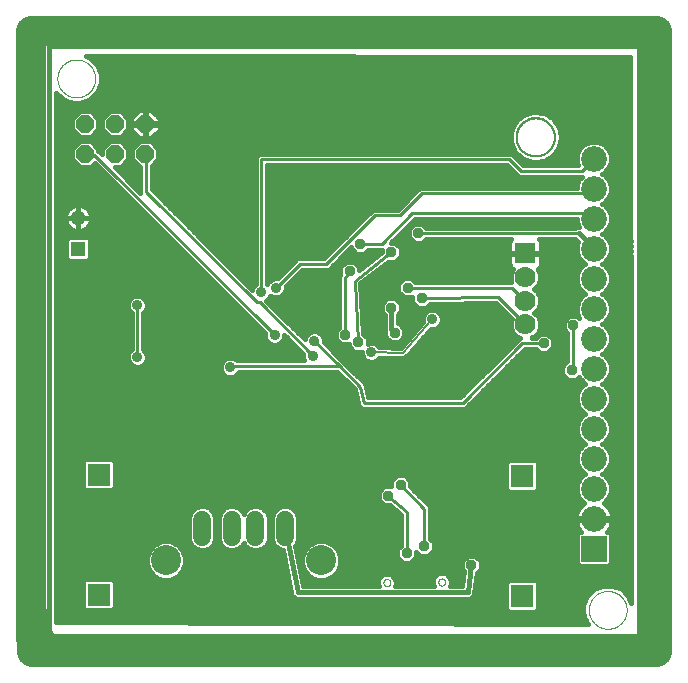
<source format=gbl>
G75*
%MOIN*%
%OFA0B0*%
%FSLAX25Y25*%
%IPPOS*%
%LPD*%
%AMOC8*
5,1,8,0,0,1.08239X$1,22.5*
%
%ADD10C,0.01600*%
%ADD11C,0.00000*%
%ADD12C,0.10000*%
%ADD13C,0.08600*%
%ADD14R,0.08600X0.08600*%
%ADD15C,0.00500*%
%ADD16R,0.07000X0.07000*%
%ADD17C,0.07000*%
%ADD18C,0.05937*%
%ADD19C,0.10000*%
%ADD20OC8,0.06000*%
%ADD21R,0.07800X0.07800*%
%ADD22R,0.05150X0.05150*%
%ADD23C,0.05150*%
%ADD24C,0.01000*%
%ADD25C,0.03600*%
%ADD26OC8,0.03562*%
%ADD27C,0.00600*%
%ADD28C,0.03562*%
D10*
X0123337Y0016382D02*
X0123337Y0213232D01*
X0320187Y0213232D01*
X0320187Y0016382D01*
X0123337Y0016382D01*
X0125937Y0021102D02*
X0125937Y0197446D01*
X0127961Y0195421D01*
X0130938Y0194188D01*
X0134160Y0194188D01*
X0137137Y0195421D01*
X0139415Y0197700D01*
X0140648Y0200676D01*
X0140648Y0203898D01*
X0139415Y0206875D01*
X0137137Y0209154D01*
X0135895Y0209668D01*
X0317037Y0209295D01*
X0317587Y0077387D01*
X0317587Y0027280D01*
X0316581Y0029710D01*
X0314302Y0031988D01*
X0311326Y0033221D01*
X0308104Y0033221D01*
X0305127Y0031988D01*
X0302848Y0029710D01*
X0301615Y0026733D01*
X0301615Y0023511D01*
X0302848Y0020534D01*
X0303003Y0020379D01*
X0125937Y0021102D01*
X0125937Y0021674D02*
X0302376Y0021674D01*
X0301714Y0023272D02*
X0125937Y0023272D01*
X0125937Y0024871D02*
X0276407Y0024871D01*
X0276731Y0024546D02*
X0285691Y0024546D01*
X0286511Y0025367D01*
X0286511Y0034326D01*
X0285691Y0035146D01*
X0276731Y0035146D01*
X0275911Y0034326D01*
X0275911Y0025367D01*
X0276731Y0024546D01*
X0275911Y0026469D02*
X0145369Y0026469D01*
X0145369Y0025760D02*
X0145369Y0034720D01*
X0144549Y0035540D01*
X0135589Y0035540D01*
X0134769Y0034720D01*
X0134769Y0025760D01*
X0135589Y0024940D01*
X0144549Y0024940D01*
X0145369Y0025760D01*
X0145369Y0028068D02*
X0275911Y0028068D01*
X0275911Y0029666D02*
X0264888Y0029666D01*
X0265030Y0029772D02*
X0265055Y0029950D01*
X0265182Y0030077D01*
X0265182Y0030831D01*
X0266121Y0037345D01*
X0267463Y0038686D01*
X0267463Y0041322D01*
X0265599Y0043185D01*
X0262964Y0043185D01*
X0261100Y0041322D01*
X0261100Y0038686D01*
X0261772Y0038015D01*
X0261077Y0033188D01*
X0257119Y0033188D01*
X0257381Y0033820D01*
X0257381Y0035006D01*
X0256927Y0036102D01*
X0256088Y0036941D01*
X0254993Y0037394D01*
X0253807Y0037394D01*
X0252711Y0036941D01*
X0251872Y0036102D01*
X0251419Y0035006D01*
X0251419Y0033820D01*
X0251680Y0033188D01*
X0238893Y0033188D01*
X0239074Y0033624D01*
X0239074Y0034810D01*
X0238620Y0035905D01*
X0237781Y0036744D01*
X0236685Y0037198D01*
X0235500Y0037198D01*
X0234404Y0036744D01*
X0233565Y0035905D01*
X0233111Y0034810D01*
X0233111Y0033624D01*
X0233292Y0033188D01*
X0208208Y0033188D01*
X0205518Y0046543D01*
X0205820Y0046844D01*
X0206485Y0048450D01*
X0206485Y0056125D01*
X0205820Y0057730D01*
X0204591Y0058959D01*
X0202985Y0059624D01*
X0201247Y0059624D01*
X0199642Y0058959D01*
X0198413Y0057730D01*
X0197748Y0056125D01*
X0197748Y0048450D01*
X0198413Y0046844D01*
X0199642Y0045615D01*
X0201247Y0044950D01*
X0201350Y0044950D01*
X0204207Y0030769D01*
X0204207Y0030077D01*
X0204382Y0029902D01*
X0204431Y0029660D01*
X0205007Y0029277D01*
X0205496Y0028788D01*
X0205743Y0028788D01*
X0205949Y0028652D01*
X0206627Y0028788D01*
X0262825Y0028788D01*
X0263570Y0028681D01*
X0263714Y0028788D01*
X0263894Y0028788D01*
X0264426Y0029321D01*
X0265030Y0029772D01*
X0265245Y0031265D02*
X0275911Y0031265D01*
X0275911Y0032863D02*
X0265475Y0032863D01*
X0265706Y0034462D02*
X0276046Y0034462D01*
X0267463Y0039257D02*
X0317587Y0039257D01*
X0317587Y0037659D02*
X0266435Y0037659D01*
X0265936Y0036060D02*
X0317587Y0036060D01*
X0317587Y0034462D02*
X0286375Y0034462D01*
X0286511Y0032863D02*
X0307239Y0032863D01*
X0304403Y0031265D02*
X0286511Y0031265D01*
X0286511Y0029666D02*
X0302830Y0029666D01*
X0302168Y0028068D02*
X0286511Y0028068D01*
X0286511Y0026469D02*
X0301615Y0026469D01*
X0301615Y0024871D02*
X0286015Y0024871D01*
X0300228Y0039816D02*
X0309988Y0039816D01*
X0310808Y0040636D01*
X0310808Y0050396D01*
X0309988Y0051216D01*
X0309435Y0051216D01*
X0309761Y0051542D01*
X0310325Y0052319D01*
X0310761Y0053174D01*
X0311058Y0054087D01*
X0311208Y0055036D01*
X0311208Y0055135D01*
X0305489Y0055135D01*
X0305489Y0055897D01*
X0311208Y0055897D01*
X0311208Y0055996D01*
X0311058Y0056944D01*
X0310761Y0057857D01*
X0310325Y0058713D01*
X0309761Y0059490D01*
X0309082Y0060169D01*
X0308352Y0060699D01*
X0309940Y0062287D01*
X0310808Y0064382D01*
X0310808Y0066650D01*
X0309940Y0068745D01*
X0308337Y0070348D01*
X0307932Y0070516D01*
X0308337Y0070684D01*
X0309940Y0072287D01*
X0310808Y0074382D01*
X0310808Y0076650D01*
X0309940Y0078745D01*
X0308337Y0080348D01*
X0307932Y0080516D01*
X0308337Y0080684D01*
X0309940Y0082287D01*
X0310808Y0084382D01*
X0310808Y0086650D01*
X0309940Y0088745D01*
X0308337Y0090348D01*
X0307932Y0090516D01*
X0308337Y0090684D01*
X0309940Y0092287D01*
X0310808Y0094382D01*
X0310808Y0096650D01*
X0309940Y0098745D01*
X0308337Y0100348D01*
X0307932Y0100516D01*
X0308337Y0100684D01*
X0309940Y0102287D01*
X0310808Y0104382D01*
X0310808Y0106650D01*
X0309940Y0108745D01*
X0308337Y0110348D01*
X0307932Y0110516D01*
X0308337Y0110684D01*
X0309940Y0112287D01*
X0310808Y0114382D01*
X0310808Y0116650D01*
X0309940Y0118745D01*
X0308337Y0120348D01*
X0307932Y0120516D01*
X0308337Y0120684D01*
X0309940Y0122287D01*
X0310808Y0124382D01*
X0310808Y0126650D01*
X0309940Y0128745D01*
X0308337Y0130348D01*
X0307932Y0130516D01*
X0308337Y0130684D01*
X0309940Y0132287D01*
X0310808Y0134382D01*
X0310808Y0136650D01*
X0309940Y0138745D01*
X0308337Y0140348D01*
X0307932Y0140516D01*
X0308337Y0140684D01*
X0309940Y0142287D01*
X0310808Y0144382D01*
X0310808Y0146650D01*
X0309940Y0148745D01*
X0308337Y0150348D01*
X0307932Y0150516D01*
X0308337Y0150684D01*
X0309940Y0152287D01*
X0310808Y0154382D01*
X0310808Y0156650D01*
X0309940Y0158745D01*
X0308337Y0160348D01*
X0307932Y0160516D01*
X0308337Y0160684D01*
X0309940Y0162287D01*
X0310808Y0164382D01*
X0310808Y0166650D01*
X0309940Y0168745D01*
X0308337Y0170348D01*
X0307932Y0170516D01*
X0308337Y0170684D01*
X0309940Y0172287D01*
X0310808Y0174382D01*
X0310808Y0176650D01*
X0309940Y0178745D01*
X0308337Y0180348D01*
X0306242Y0181216D01*
X0303974Y0181216D01*
X0301879Y0180348D01*
X0300276Y0178745D01*
X0299408Y0176650D01*
X0299408Y0174382D01*
X0299856Y0173302D01*
X0281604Y0173302D01*
X0277667Y0177239D01*
X0193416Y0177239D01*
X0192303Y0176126D01*
X0192303Y0133673D01*
X0191490Y0132860D01*
X0191099Y0131917D01*
X0157717Y0165299D01*
X0157717Y0173044D01*
X0159941Y0175268D01*
X0159941Y0178913D01*
X0157364Y0181491D01*
X0153719Y0181491D01*
X0151141Y0178913D01*
X0151141Y0175268D01*
X0153719Y0172691D01*
X0153917Y0172691D01*
X0153917Y0164178D01*
X0145404Y0172691D01*
X0147364Y0172691D01*
X0149941Y0175268D01*
X0149941Y0178913D01*
X0147364Y0181491D01*
X0143719Y0181491D01*
X0141141Y0178913D01*
X0141141Y0176953D01*
X0140493Y0177602D01*
X0139941Y0178153D01*
X0139941Y0178913D01*
X0137364Y0181491D01*
X0133719Y0181491D01*
X0131141Y0178913D01*
X0131141Y0175268D01*
X0133719Y0172691D01*
X0137364Y0172691D01*
X0138697Y0174024D01*
X0195432Y0117289D01*
X0195432Y0116139D01*
X0195919Y0114963D01*
X0196819Y0114063D01*
X0197995Y0113576D01*
X0199268Y0113576D01*
X0200445Y0114063D01*
X0201345Y0114963D01*
X0201832Y0116139D01*
X0201832Y0116794D01*
X0208227Y0110399D01*
X0208227Y0109249D01*
X0208603Y0108341D01*
X0186001Y0108341D01*
X0185681Y0108662D01*
X0184505Y0109149D01*
X0183232Y0109149D01*
X0182055Y0108662D01*
X0181155Y0107761D01*
X0180668Y0106585D01*
X0180668Y0105312D01*
X0181155Y0104136D01*
X0182055Y0103236D01*
X0183232Y0102749D01*
X0184505Y0102749D01*
X0185681Y0103236D01*
X0186581Y0104136D01*
X0186749Y0104541D01*
X0219498Y0104541D01*
X0225438Y0098602D01*
X0226456Y0093933D01*
X0226456Y0093351D01*
X0226619Y0093188D01*
X0226668Y0092964D01*
X0227158Y0092649D01*
X0227569Y0092238D01*
X0227799Y0092238D01*
X0227992Y0092114D01*
X0228561Y0092238D01*
X0262116Y0092238D01*
X0281998Y0112120D01*
X0285698Y0112120D01*
X0286980Y0110839D01*
X0289615Y0110839D01*
X0291478Y0112702D01*
X0291478Y0115337D01*
X0289615Y0117201D01*
X0286980Y0117201D01*
X0285698Y0115920D01*
X0284379Y0115920D01*
X0284970Y0116165D01*
X0286349Y0117543D01*
X0287095Y0119344D01*
X0287095Y0121294D01*
X0286349Y0123095D01*
X0285188Y0124256D01*
X0286349Y0125417D01*
X0287095Y0127218D01*
X0287095Y0129168D01*
X0286349Y0130969D01*
X0285188Y0132130D01*
X0286349Y0133291D01*
X0287095Y0135092D01*
X0287095Y0137042D01*
X0286382Y0138762D01*
X0286390Y0138764D01*
X0286800Y0139001D01*
X0287135Y0139336D01*
X0287372Y0139746D01*
X0287495Y0140204D01*
X0287495Y0143757D01*
X0282379Y0143757D01*
X0282379Y0144125D01*
X0287495Y0144125D01*
X0287495Y0147678D01*
X0287372Y0148136D01*
X0287135Y0148546D01*
X0286948Y0148734D01*
X0298779Y0148734D01*
X0299834Y0147678D01*
X0299408Y0146650D01*
X0299408Y0144382D01*
X0300276Y0142287D01*
X0301879Y0140684D01*
X0302285Y0140516D01*
X0301879Y0140348D01*
X0300276Y0138745D01*
X0299408Y0136650D01*
X0299408Y0134382D01*
X0300276Y0132287D01*
X0301879Y0130684D01*
X0302285Y0130516D01*
X0301879Y0130348D01*
X0300276Y0128745D01*
X0299408Y0126650D01*
X0299408Y0124382D01*
X0300276Y0122288D01*
X0299457Y0123106D01*
X0296822Y0123106D01*
X0294959Y0121243D01*
X0294959Y0118608D01*
X0296240Y0117326D01*
X0296240Y0107957D01*
X0294565Y0106282D01*
X0294565Y0103647D01*
X0296428Y0101783D01*
X0299064Y0101783D01*
X0300068Y0102788D01*
X0300276Y0102287D01*
X0301879Y0100684D01*
X0302285Y0100516D01*
X0301879Y0100348D01*
X0300276Y0098745D01*
X0299408Y0096650D01*
X0299408Y0094382D01*
X0300276Y0092287D01*
X0301879Y0090684D01*
X0302285Y0090516D01*
X0301879Y0090348D01*
X0300276Y0088745D01*
X0299408Y0086650D01*
X0299408Y0084382D01*
X0300276Y0082287D01*
X0301879Y0080684D01*
X0302285Y0080516D01*
X0301879Y0080348D01*
X0300276Y0078745D01*
X0299408Y0076650D01*
X0299408Y0074382D01*
X0300276Y0072287D01*
X0301879Y0070684D01*
X0302285Y0070516D01*
X0301879Y0070348D01*
X0300276Y0068745D01*
X0299408Y0066650D01*
X0299408Y0064382D01*
X0300276Y0062287D01*
X0301864Y0060699D01*
X0301134Y0060169D01*
X0300455Y0059490D01*
X0299891Y0058713D01*
X0299455Y0057857D01*
X0299158Y0056944D01*
X0299008Y0055996D01*
X0299008Y0055897D01*
X0304727Y0055897D01*
X0304727Y0055135D01*
X0299008Y0055135D01*
X0299008Y0055036D01*
X0299158Y0054087D01*
X0299455Y0053174D01*
X0299891Y0052319D01*
X0300455Y0051542D01*
X0300782Y0051216D01*
X0300228Y0051216D01*
X0299408Y0050396D01*
X0299408Y0040636D01*
X0300228Y0039816D01*
X0299408Y0040856D02*
X0267463Y0040856D01*
X0266330Y0042454D02*
X0299408Y0042454D01*
X0299408Y0044053D02*
X0250782Y0044053D01*
X0249851Y0043122D02*
X0251715Y0044985D01*
X0251715Y0047621D01*
X0250433Y0048902D01*
X0250433Y0059689D01*
X0249320Y0060802D01*
X0243841Y0066281D01*
X0243841Y0068093D01*
X0241977Y0069957D01*
X0239342Y0069957D01*
X0237478Y0068093D01*
X0237478Y0066295D01*
X0235247Y0066295D01*
X0233384Y0064432D01*
X0233384Y0061797D01*
X0235247Y0059933D01*
X0237282Y0059933D01*
X0240728Y0056868D01*
X0240728Y0046540D01*
X0239447Y0045259D01*
X0239447Y0042623D01*
X0241310Y0040760D01*
X0243946Y0040760D01*
X0245809Y0042623D01*
X0245809Y0044529D01*
X0247216Y0043122D01*
X0249851Y0043122D01*
X0251715Y0045651D02*
X0299408Y0045651D01*
X0299408Y0047250D02*
X0251715Y0047250D01*
X0250487Y0048848D02*
X0299408Y0048848D01*
X0299459Y0050447D02*
X0250433Y0050447D01*
X0250433Y0052045D02*
X0300090Y0052045D01*
X0299303Y0053644D02*
X0250433Y0053644D01*
X0250433Y0055242D02*
X0304727Y0055242D01*
X0305489Y0055242D02*
X0317587Y0055242D01*
X0317587Y0053644D02*
X0310914Y0053644D01*
X0310127Y0052045D02*
X0317587Y0052045D01*
X0317587Y0050447D02*
X0310757Y0050447D01*
X0310808Y0048848D02*
X0317587Y0048848D01*
X0317587Y0047250D02*
X0310808Y0047250D01*
X0310808Y0045651D02*
X0317587Y0045651D01*
X0317587Y0044053D02*
X0310808Y0044053D01*
X0310808Y0042454D02*
X0317587Y0042454D01*
X0317587Y0040856D02*
X0310808Y0040856D01*
X0312190Y0032863D02*
X0317587Y0032863D01*
X0317587Y0031265D02*
X0315026Y0031265D01*
X0316599Y0029666D02*
X0317587Y0029666D01*
X0317587Y0028068D02*
X0317261Y0028068D01*
X0317587Y0056841D02*
X0311074Y0056841D01*
X0310465Y0058439D02*
X0317587Y0058439D01*
X0317587Y0060038D02*
X0309213Y0060038D01*
X0309290Y0061636D02*
X0317587Y0061636D01*
X0317587Y0063235D02*
X0310333Y0063235D01*
X0310808Y0064833D02*
X0317587Y0064833D01*
X0317587Y0066432D02*
X0310808Y0066432D01*
X0310236Y0068030D02*
X0317587Y0068030D01*
X0317587Y0069629D02*
X0309056Y0069629D01*
X0308881Y0071227D02*
X0317587Y0071227D01*
X0317587Y0072826D02*
X0310164Y0072826D01*
X0310808Y0074424D02*
X0317587Y0074424D01*
X0317587Y0076023D02*
X0310808Y0076023D01*
X0310406Y0077621D02*
X0317586Y0077621D01*
X0317579Y0079220D02*
X0309465Y0079220D01*
X0308472Y0080818D02*
X0317573Y0080818D01*
X0317566Y0082417D02*
X0309994Y0082417D01*
X0310656Y0084016D02*
X0317559Y0084016D01*
X0317553Y0085614D02*
X0310808Y0085614D01*
X0310575Y0087213D02*
X0317546Y0087213D01*
X0317539Y0088811D02*
X0309874Y0088811D01*
X0308188Y0090410D02*
X0317533Y0090410D01*
X0317526Y0092008D02*
X0309662Y0092008D01*
X0310487Y0093607D02*
X0317519Y0093607D01*
X0317513Y0095205D02*
X0310808Y0095205D01*
X0310744Y0096804D02*
X0317506Y0096804D01*
X0317499Y0098402D02*
X0310082Y0098402D01*
X0308684Y0100001D02*
X0317493Y0100001D01*
X0317486Y0101599D02*
X0309253Y0101599D01*
X0310318Y0103198D02*
X0317479Y0103198D01*
X0317473Y0104796D02*
X0310808Y0104796D01*
X0310808Y0106395D02*
X0317466Y0106395D01*
X0317459Y0107993D02*
X0310252Y0107993D01*
X0309093Y0109592D02*
X0317453Y0109592D01*
X0317446Y0111190D02*
X0308844Y0111190D01*
X0310148Y0112789D02*
X0317439Y0112789D01*
X0317433Y0114387D02*
X0310808Y0114387D01*
X0310808Y0115986D02*
X0317426Y0115986D01*
X0317420Y0117584D02*
X0310421Y0117584D01*
X0309502Y0119183D02*
X0317413Y0119183D01*
X0317406Y0120781D02*
X0308435Y0120781D01*
X0309979Y0122380D02*
X0317400Y0122380D01*
X0317393Y0123978D02*
X0310641Y0123978D01*
X0310808Y0125577D02*
X0317386Y0125577D01*
X0317380Y0127175D02*
X0310590Y0127175D01*
X0309911Y0128774D02*
X0317373Y0128774D01*
X0317366Y0130372D02*
X0308278Y0130372D01*
X0309624Y0131971D02*
X0317360Y0131971D01*
X0317353Y0133569D02*
X0310472Y0133569D01*
X0310808Y0135168D02*
X0317346Y0135168D01*
X0317340Y0136766D02*
X0310760Y0136766D01*
X0310098Y0138365D02*
X0317333Y0138365D01*
X0317326Y0139963D02*
X0308722Y0139963D01*
X0309215Y0141562D02*
X0317320Y0141562D01*
X0317313Y0143160D02*
X0310302Y0143160D01*
X0310808Y0144759D02*
X0317306Y0144759D01*
X0317300Y0146357D02*
X0310808Y0146357D01*
X0310267Y0147956D02*
X0317293Y0147956D01*
X0317286Y0149554D02*
X0309131Y0149554D01*
X0308807Y0151153D02*
X0317280Y0151153D01*
X0317273Y0152752D02*
X0310133Y0152752D01*
X0310795Y0154350D02*
X0317266Y0154350D01*
X0317260Y0155949D02*
X0310808Y0155949D01*
X0310437Y0157547D02*
X0317253Y0157547D01*
X0317246Y0159146D02*
X0309539Y0159146D01*
X0308398Y0160744D02*
X0317240Y0160744D01*
X0317233Y0162343D02*
X0309964Y0162343D01*
X0310626Y0163941D02*
X0317226Y0163941D01*
X0317220Y0165540D02*
X0310808Y0165540D01*
X0310606Y0167138D02*
X0317213Y0167138D01*
X0317206Y0168737D02*
X0309944Y0168737D01*
X0308350Y0170335D02*
X0317200Y0170335D01*
X0317193Y0171934D02*
X0309587Y0171934D01*
X0310456Y0173532D02*
X0317186Y0173532D01*
X0317180Y0175131D02*
X0310808Y0175131D01*
X0310775Y0176729D02*
X0317173Y0176729D01*
X0317166Y0178328D02*
X0310113Y0178328D01*
X0308759Y0179926D02*
X0317160Y0179926D01*
X0317153Y0181525D02*
X0293886Y0181525D01*
X0294140Y0182720D02*
X0293410Y0186154D01*
X0291347Y0188993D01*
X0288307Y0190748D01*
X0284816Y0191115D01*
X0281478Y0190031D01*
X0281478Y0190031D01*
X0281478Y0190031D01*
X0278870Y0187682D01*
X0277442Y0184475D01*
X0277442Y0180965D01*
X0278870Y0177759D01*
X0281064Y0175783D01*
X0281072Y0175776D01*
X0281073Y0175775D01*
X0281478Y0175410D01*
X0283684Y0174694D01*
X0284048Y0174543D01*
X0284149Y0174543D01*
X0284816Y0174326D01*
X0286881Y0174543D01*
X0287270Y0174543D01*
X0287403Y0174597D01*
X0288307Y0174692D01*
X0290021Y0175682D01*
X0290247Y0175776D01*
X0290335Y0175863D01*
X0291347Y0176447D01*
X0291347Y0176447D01*
X0291347Y0176447D01*
X0292484Y0178012D01*
X0292526Y0178054D01*
X0292541Y0178090D01*
X0293410Y0179287D01*
X0294140Y0182720D01*
X0294054Y0183123D02*
X0317146Y0183123D01*
X0317140Y0184722D02*
X0293715Y0184722D01*
X0293410Y0186154D02*
X0293410Y0186154D01*
X0293289Y0186320D02*
X0317133Y0186320D01*
X0317126Y0187919D02*
X0292128Y0187919D01*
X0291347Y0188993D02*
X0291347Y0188993D01*
X0290440Y0189517D02*
X0317120Y0189517D01*
X0317113Y0191116D02*
X0158304Y0191116D01*
X0157530Y0191891D02*
X0155741Y0191891D01*
X0155741Y0187291D01*
X0155341Y0187291D01*
X0155341Y0191891D01*
X0153553Y0191891D01*
X0150741Y0189079D01*
X0150741Y0187291D01*
X0155341Y0187291D01*
X0155341Y0186891D01*
X0150741Y0186891D01*
X0150741Y0185102D01*
X0153553Y0182291D01*
X0155341Y0182291D01*
X0155341Y0186890D01*
X0155741Y0186890D01*
X0155741Y0182291D01*
X0157530Y0182291D01*
X0160341Y0185102D01*
X0160341Y0186891D01*
X0155741Y0186891D01*
X0155741Y0187291D01*
X0160341Y0187291D01*
X0160341Y0189079D01*
X0157530Y0191891D01*
X0155741Y0191116D02*
X0155341Y0191116D01*
X0155341Y0189517D02*
X0155741Y0189517D01*
X0155741Y0187919D02*
X0155341Y0187919D01*
X0155341Y0186320D02*
X0155741Y0186320D01*
X0155741Y0184722D02*
X0155341Y0184722D01*
X0155341Y0183123D02*
X0155741Y0183123D01*
X0158362Y0183123D02*
X0277442Y0183123D01*
X0277442Y0181525D02*
X0125937Y0181525D01*
X0125937Y0183123D02*
X0133286Y0183123D01*
X0133719Y0182691D02*
X0137364Y0182691D01*
X0139941Y0185268D01*
X0139941Y0188913D01*
X0137364Y0191491D01*
X0133719Y0191491D01*
X0131141Y0188913D01*
X0131141Y0185268D01*
X0133719Y0182691D01*
X0131688Y0184722D02*
X0125937Y0184722D01*
X0125937Y0186320D02*
X0131141Y0186320D01*
X0131141Y0187919D02*
X0125937Y0187919D01*
X0125937Y0189517D02*
X0131746Y0189517D01*
X0133344Y0191116D02*
X0125937Y0191116D01*
X0125937Y0192714D02*
X0317106Y0192714D01*
X0317100Y0194313D02*
X0134461Y0194313D01*
X0137627Y0195911D02*
X0317093Y0195911D01*
X0317087Y0197510D02*
X0139226Y0197510D01*
X0139999Y0199108D02*
X0317080Y0199108D01*
X0317073Y0200707D02*
X0140648Y0200707D01*
X0140648Y0202305D02*
X0317067Y0202305D01*
X0317060Y0203904D02*
X0140646Y0203904D01*
X0139984Y0205502D02*
X0317053Y0205502D01*
X0317047Y0207101D02*
X0139190Y0207101D01*
X0137591Y0208699D02*
X0317040Y0208699D01*
X0288307Y0190748D02*
X0288307Y0190748D01*
X0284816Y0191115D02*
X0284816Y0191115D01*
X0280908Y0189517D02*
X0159903Y0189517D01*
X0160341Y0187919D02*
X0279133Y0187919D01*
X0278263Y0186320D02*
X0160341Y0186320D01*
X0159961Y0184722D02*
X0277552Y0184722D01*
X0277905Y0179926D02*
X0158928Y0179926D01*
X0159941Y0178328D02*
X0278617Y0178328D01*
X0278870Y0177759D02*
X0278870Y0177759D01*
X0278176Y0176729D02*
X0280013Y0176729D01*
X0279775Y0175131D02*
X0282339Y0175131D01*
X0281478Y0175410D02*
X0281478Y0175410D01*
X0281373Y0173532D02*
X0299760Y0173532D01*
X0299408Y0175131D02*
X0289066Y0175131D01*
X0288307Y0174692D02*
X0288307Y0174692D01*
X0284816Y0174326D02*
X0284816Y0174326D01*
X0280030Y0169502D02*
X0278917Y0170615D01*
X0276093Y0173439D01*
X0196103Y0173439D01*
X0196103Y0133673D01*
X0196127Y0133649D01*
X0196411Y0134336D01*
X0197311Y0135236D01*
X0198487Y0135724D01*
X0199637Y0135724D01*
X0205098Y0141185D01*
X0206211Y0142298D01*
X0215069Y0142298D01*
X0230196Y0157425D01*
X0231309Y0158538D01*
X0239676Y0158538D01*
X0245944Y0164807D01*
X0247057Y0165920D01*
X0299408Y0165920D01*
X0299408Y0166650D01*
X0300276Y0168745D01*
X0301033Y0169502D01*
X0280030Y0169502D01*
X0279196Y0170335D02*
X0196103Y0170335D01*
X0196103Y0168737D02*
X0300273Y0168737D01*
X0299611Y0167138D02*
X0196103Y0167138D01*
X0196103Y0165540D02*
X0246677Y0165540D01*
X0245079Y0163941D02*
X0196103Y0163941D01*
X0196103Y0162343D02*
X0243480Y0162343D01*
X0241882Y0160744D02*
X0196103Y0160744D01*
X0196103Y0159146D02*
X0240283Y0159146D01*
X0244307Y0154350D02*
X0299421Y0154350D01*
X0299408Y0154382D02*
X0300050Y0152834D01*
X0299079Y0152834D01*
X0298779Y0152534D01*
X0249164Y0152534D01*
X0247883Y0153815D01*
X0245247Y0153815D01*
X0243384Y0151952D01*
X0243384Y0149316D01*
X0245247Y0147453D01*
X0247883Y0147453D01*
X0249164Y0148734D01*
X0277442Y0148734D01*
X0277255Y0148546D01*
X0277018Y0148136D01*
X0276895Y0147678D01*
X0276895Y0144125D01*
X0282011Y0144125D01*
X0282011Y0143757D01*
X0276895Y0143757D01*
X0276895Y0140204D01*
X0277018Y0139746D01*
X0277255Y0139336D01*
X0277590Y0139001D01*
X0278000Y0138764D01*
X0278007Y0138762D01*
X0277295Y0137042D01*
X0277295Y0135092D01*
X0277572Y0134424D01*
X0245620Y0134424D01*
X0244339Y0135705D01*
X0241704Y0135705D01*
X0239841Y0133841D01*
X0239841Y0131206D01*
X0241704Y0129343D01*
X0244339Y0129343D01*
X0244565Y0129568D01*
X0244565Y0127663D01*
X0246428Y0125799D01*
X0249064Y0125799D01*
X0250385Y0127121D01*
X0272365Y0127462D01*
X0277658Y0122169D01*
X0277295Y0121294D01*
X0277295Y0119344D01*
X0278041Y0117543D01*
X0279419Y0116165D01*
X0280303Y0115799D01*
X0260542Y0096038D01*
X0229886Y0096038D01*
X0229075Y0099756D01*
X0229075Y0100338D01*
X0228913Y0100501D01*
X0228864Y0100725D01*
X0228374Y0101040D01*
X0221939Y0107474D01*
X0220826Y0108587D01*
X0215119Y0114294D01*
X0215119Y0115444D01*
X0214632Y0116620D01*
X0213732Y0117520D01*
X0212556Y0118007D01*
X0211283Y0118007D01*
X0210107Y0117520D01*
X0209206Y0116620D01*
X0208719Y0115444D01*
X0208719Y0115281D01*
X0195768Y0128232D01*
X0196015Y0128334D01*
X0196916Y0129235D01*
X0197200Y0129922D01*
X0197311Y0129811D01*
X0198487Y0129324D01*
X0199761Y0129324D01*
X0200937Y0129811D01*
X0201837Y0130711D01*
X0202324Y0131887D01*
X0202324Y0133037D01*
X0207785Y0138498D01*
X0216643Y0138498D01*
X0224093Y0145947D01*
X0224093Y0145773D01*
X0225956Y0143909D01*
X0228591Y0143909D01*
X0229872Y0145191D01*
X0234329Y0145191D01*
X0234329Y0144275D01*
X0226911Y0138532D01*
X0226911Y0139353D01*
X0225048Y0141217D01*
X0222413Y0141217D01*
X0220549Y0139353D01*
X0220549Y0136754D01*
X0220256Y0136460D01*
X0220256Y0136248D01*
X0220138Y0136072D01*
X0220256Y0135485D01*
X0220256Y0119374D01*
X0218974Y0118093D01*
X0218974Y0115458D01*
X0220838Y0113594D01*
X0223305Y0113594D01*
X0223305Y0113096D01*
X0225169Y0111232D01*
X0227715Y0111232D01*
X0227715Y0110316D01*
X0228199Y0109147D01*
X0229094Y0108252D01*
X0230263Y0107768D01*
X0231528Y0107768D01*
X0232698Y0108252D01*
X0233592Y0109147D01*
X0233626Y0109228D01*
X0240800Y0109175D01*
X0240853Y0109128D01*
X0241495Y0109170D01*
X0242138Y0109165D01*
X0242188Y0109214D01*
X0242259Y0109219D01*
X0242683Y0109702D01*
X0243142Y0110153D01*
X0243142Y0110224D01*
X0250638Y0118752D01*
X0251804Y0118752D01*
X0252973Y0119236D01*
X0253868Y0120131D01*
X0254352Y0121300D01*
X0254352Y0122566D01*
X0253868Y0123735D01*
X0252973Y0124630D01*
X0251804Y0125114D01*
X0250538Y0125114D01*
X0249369Y0124630D01*
X0248474Y0123735D01*
X0247990Y0122566D01*
X0247990Y0121300D01*
X0248106Y0121021D01*
X0240683Y0112576D01*
X0233643Y0112628D01*
X0233592Y0112751D01*
X0232698Y0113646D01*
X0231528Y0114130D01*
X0230263Y0114130D01*
X0229667Y0113883D01*
X0229667Y0115731D01*
X0228230Y0117168D01*
X0227260Y0133996D01*
X0236505Y0141154D01*
X0238827Y0141154D01*
X0240691Y0143017D01*
X0240691Y0145652D01*
X0238827Y0147516D01*
X0237472Y0147516D01*
X0245383Y0155427D01*
X0299408Y0155427D01*
X0299408Y0154382D01*
X0298997Y0152752D02*
X0248946Y0152752D01*
X0244184Y0152752D02*
X0242708Y0152752D01*
X0243384Y0151153D02*
X0241110Y0151153D01*
X0239511Y0149554D02*
X0243384Y0149554D01*
X0244744Y0147956D02*
X0237913Y0147956D01*
X0239986Y0146357D02*
X0276895Y0146357D01*
X0276895Y0144759D02*
X0240691Y0144759D01*
X0240691Y0143160D02*
X0276895Y0143160D01*
X0276895Y0141562D02*
X0239236Y0141562D01*
X0234967Y0139963D02*
X0276959Y0139963D01*
X0277843Y0138365D02*
X0232903Y0138365D01*
X0230838Y0136766D02*
X0277295Y0136766D01*
X0277295Y0135168D02*
X0244876Y0135168D01*
X0241167Y0135168D02*
X0228773Y0135168D01*
X0227284Y0133569D02*
X0239841Y0133569D01*
X0239841Y0131971D02*
X0227376Y0131971D01*
X0227469Y0130372D02*
X0240674Y0130372D01*
X0239065Y0128774D02*
X0244565Y0128774D01*
X0245052Y0127175D02*
X0240664Y0127175D01*
X0240691Y0127148D02*
X0238827Y0129012D01*
X0236192Y0129012D01*
X0234329Y0127148D01*
X0234329Y0124513D01*
X0235310Y0123532D01*
X0235310Y0117833D01*
X0235510Y0117633D01*
X0235510Y0116245D01*
X0237373Y0114382D01*
X0240009Y0114382D01*
X0241872Y0116245D01*
X0241872Y0118881D01*
X0240009Y0120744D01*
X0239710Y0120744D01*
X0239710Y0123532D01*
X0240691Y0124513D01*
X0240691Y0127148D01*
X0240691Y0125577D02*
X0274250Y0125577D01*
X0272651Y0127175D02*
X0253888Y0127175D01*
X0253625Y0123978D02*
X0275848Y0123978D01*
X0277447Y0122380D02*
X0254352Y0122380D01*
X0254137Y0120781D02*
X0277295Y0120781D01*
X0277362Y0119183D02*
X0252844Y0119183D01*
X0249612Y0117584D02*
X0278024Y0117584D01*
X0279852Y0115986D02*
X0248207Y0115986D01*
X0246802Y0114387D02*
X0278891Y0114387D01*
X0277293Y0112789D02*
X0245397Y0112789D01*
X0243992Y0111190D02*
X0275694Y0111190D01*
X0274096Y0109592D02*
X0242587Y0109592D01*
X0240870Y0112789D02*
X0233555Y0112789D01*
X0235769Y0115986D02*
X0229413Y0115986D01*
X0229667Y0114387D02*
X0237368Y0114387D01*
X0240014Y0114387D02*
X0242275Y0114387D01*
X0241612Y0115986D02*
X0243680Y0115986D01*
X0245085Y0117584D02*
X0241872Y0117584D01*
X0241570Y0119183D02*
X0246490Y0119183D01*
X0247895Y0120781D02*
X0239710Y0120781D01*
X0239710Y0122380D02*
X0247990Y0122380D01*
X0248718Y0123978D02*
X0240156Y0123978D01*
X0237510Y0125831D02*
X0237510Y0118744D01*
X0238691Y0117563D01*
X0235510Y0117584D02*
X0228206Y0117584D01*
X0228114Y0119183D02*
X0235310Y0119183D01*
X0235310Y0120781D02*
X0228022Y0120781D01*
X0227930Y0122380D02*
X0235310Y0122380D01*
X0234863Y0123978D02*
X0227838Y0123978D01*
X0227745Y0125577D02*
X0234329Y0125577D01*
X0234356Y0127175D02*
X0227653Y0127175D01*
X0227561Y0128774D02*
X0235954Y0128774D01*
X0228760Y0139963D02*
X0226301Y0139963D01*
X0230825Y0141562D02*
X0219708Y0141562D01*
X0221160Y0139963D02*
X0218109Y0139963D01*
X0220549Y0138365D02*
X0207652Y0138365D01*
X0206054Y0136766D02*
X0220549Y0136766D01*
X0220256Y0135168D02*
X0204455Y0135168D01*
X0202857Y0133569D02*
X0220256Y0133569D01*
X0220256Y0131971D02*
X0202324Y0131971D01*
X0201498Y0130372D02*
X0220256Y0130372D01*
X0220256Y0128774D02*
X0196455Y0128774D01*
X0196825Y0127175D02*
X0220256Y0127175D01*
X0220256Y0125577D02*
X0198423Y0125577D01*
X0200022Y0123978D02*
X0220256Y0123978D01*
X0220256Y0122380D02*
X0201620Y0122380D01*
X0203219Y0120781D02*
X0220256Y0120781D01*
X0220064Y0119183D02*
X0204817Y0119183D01*
X0206416Y0117584D02*
X0210262Y0117584D01*
X0208944Y0115986D02*
X0208014Y0115986D01*
X0205837Y0112789D02*
X0154764Y0112789D01*
X0154764Y0112019D02*
X0154764Y0123993D01*
X0155577Y0124805D01*
X0156064Y0125982D01*
X0156064Y0127255D01*
X0155577Y0128431D01*
X0154677Y0129331D01*
X0153501Y0129818D01*
X0152228Y0129818D01*
X0151052Y0129331D01*
X0150151Y0128431D01*
X0149664Y0127255D01*
X0149664Y0125982D01*
X0150151Y0124805D01*
X0150964Y0123993D01*
X0150964Y0112019D01*
X0150151Y0111206D01*
X0149664Y0110030D01*
X0149664Y0108757D01*
X0150151Y0107581D01*
X0151052Y0106681D01*
X0152228Y0106194D01*
X0153501Y0106194D01*
X0154677Y0106681D01*
X0155577Y0107581D01*
X0156064Y0108757D01*
X0156064Y0110030D01*
X0155577Y0111206D01*
X0154764Y0112019D01*
X0155584Y0111190D02*
X0207436Y0111190D01*
X0208227Y0109592D02*
X0156064Y0109592D01*
X0155748Y0107993D02*
X0181387Y0107993D01*
X0180668Y0106395D02*
X0153986Y0106395D01*
X0151742Y0106395D02*
X0125937Y0106395D01*
X0125937Y0107993D02*
X0149981Y0107993D01*
X0149664Y0109592D02*
X0125937Y0109592D01*
X0125937Y0111190D02*
X0150145Y0111190D01*
X0150964Y0112789D02*
X0125937Y0112789D01*
X0125937Y0114387D02*
X0150964Y0114387D01*
X0150964Y0115986D02*
X0125937Y0115986D01*
X0125937Y0117584D02*
X0150964Y0117584D01*
X0150964Y0119183D02*
X0125937Y0119183D01*
X0125937Y0120781D02*
X0150964Y0120781D01*
X0150964Y0122380D02*
X0125937Y0122380D01*
X0125937Y0123978D02*
X0150964Y0123978D01*
X0149832Y0125577D02*
X0125937Y0125577D01*
X0125937Y0127175D02*
X0149664Y0127175D01*
X0150494Y0128774D02*
X0125937Y0128774D01*
X0125937Y0130372D02*
X0182348Y0130372D01*
X0183947Y0128774D02*
X0155234Y0128774D01*
X0156064Y0127175D02*
X0185545Y0127175D01*
X0187144Y0125577D02*
X0155896Y0125577D01*
X0154764Y0123978D02*
X0188742Y0123978D01*
X0190341Y0122380D02*
X0154764Y0122380D01*
X0154764Y0120781D02*
X0191939Y0120781D01*
X0193538Y0119183D02*
X0154764Y0119183D01*
X0154764Y0117584D02*
X0195136Y0117584D01*
X0195495Y0115986D02*
X0154764Y0115986D01*
X0154764Y0114387D02*
X0196495Y0114387D01*
X0200769Y0114387D02*
X0204239Y0114387D01*
X0202640Y0115986D02*
X0201768Y0115986D01*
X0213577Y0117584D02*
X0218974Y0117584D01*
X0218974Y0115986D02*
X0214895Y0115986D01*
X0215119Y0114387D02*
X0220045Y0114387D01*
X0216625Y0112789D02*
X0223612Y0112789D01*
X0227715Y0111190D02*
X0218223Y0111190D01*
X0219822Y0109592D02*
X0228015Y0109592D01*
X0229719Y0107993D02*
X0221420Y0107993D01*
X0221939Y0107474D02*
X0221939Y0107474D01*
X0223019Y0106395D02*
X0270899Y0106395D01*
X0272497Y0107993D02*
X0232073Y0107993D01*
X0226216Y0103198D02*
X0267702Y0103198D01*
X0269300Y0104796D02*
X0224617Y0104796D01*
X0220842Y0103198D02*
X0185588Y0103198D01*
X0182148Y0103198D02*
X0125937Y0103198D01*
X0125937Y0104796D02*
X0180882Y0104796D01*
X0180750Y0131971D02*
X0125937Y0131971D01*
X0125937Y0133569D02*
X0179151Y0133569D01*
X0177553Y0135168D02*
X0125937Y0135168D01*
X0125937Y0136766D02*
X0175954Y0136766D01*
X0174356Y0138365D02*
X0125937Y0138365D01*
X0125937Y0139963D02*
X0172757Y0139963D01*
X0171159Y0141562D02*
X0125937Y0141562D01*
X0125937Y0143160D02*
X0129204Y0143160D01*
X0129204Y0142400D02*
X0130024Y0141580D01*
X0136334Y0141580D01*
X0137154Y0142400D01*
X0137154Y0148710D01*
X0136334Y0149530D01*
X0130024Y0149530D01*
X0129204Y0148710D01*
X0129204Y0142400D01*
X0129204Y0144759D02*
X0125937Y0144759D01*
X0125937Y0146357D02*
X0129204Y0146357D01*
X0129204Y0147956D02*
X0125937Y0147956D01*
X0125937Y0149554D02*
X0163166Y0149554D01*
X0164765Y0147956D02*
X0137154Y0147956D01*
X0137154Y0146357D02*
X0166363Y0146357D01*
X0167962Y0144759D02*
X0137154Y0144759D01*
X0137154Y0143160D02*
X0169560Y0143160D01*
X0175060Y0147956D02*
X0192303Y0147956D01*
X0192303Y0149554D02*
X0173461Y0149554D01*
X0171863Y0151153D02*
X0192303Y0151153D01*
X0192303Y0152752D02*
X0170264Y0152752D01*
X0168666Y0154350D02*
X0192303Y0154350D01*
X0192303Y0155949D02*
X0167067Y0155949D01*
X0165469Y0157547D02*
X0192303Y0157547D01*
X0192303Y0159146D02*
X0163870Y0159146D01*
X0162272Y0160744D02*
X0192303Y0160744D01*
X0192303Y0162343D02*
X0160673Y0162343D01*
X0159075Y0163941D02*
X0192303Y0163941D01*
X0192303Y0165540D02*
X0157717Y0165540D01*
X0157717Y0167138D02*
X0192303Y0167138D01*
X0192303Y0168737D02*
X0157717Y0168737D01*
X0157717Y0170335D02*
X0192303Y0170335D01*
X0192303Y0171934D02*
X0157717Y0171934D01*
X0158205Y0173532D02*
X0192303Y0173532D01*
X0192303Y0175131D02*
X0159804Y0175131D01*
X0159941Y0176729D02*
X0192906Y0176729D01*
X0196103Y0171934D02*
X0277598Y0171934D01*
X0291552Y0176729D02*
X0299441Y0176729D01*
X0300103Y0178328D02*
X0292713Y0178328D01*
X0293410Y0179287D02*
X0293410Y0179287D01*
X0293546Y0179926D02*
X0301458Y0179926D01*
X0303297Y0157327D02*
X0305108Y0155516D01*
X0299990Y0150634D02*
X0305108Y0145516D01*
X0299914Y0143160D02*
X0287495Y0143160D01*
X0287495Y0141562D02*
X0301001Y0141562D01*
X0301495Y0139963D02*
X0287430Y0139963D01*
X0286547Y0138365D02*
X0300119Y0138365D01*
X0299457Y0136766D02*
X0287095Y0136766D01*
X0287095Y0135168D02*
X0299408Y0135168D01*
X0299745Y0133569D02*
X0286464Y0133569D01*
X0285347Y0131971D02*
X0300592Y0131971D01*
X0301938Y0130372D02*
X0286596Y0130372D01*
X0287095Y0128774D02*
X0300305Y0128774D01*
X0299626Y0127175D02*
X0287077Y0127175D01*
X0286415Y0125577D02*
X0299408Y0125577D01*
X0299575Y0123978D02*
X0285465Y0123978D01*
X0286645Y0122380D02*
X0296096Y0122380D01*
X0294959Y0120781D02*
X0287095Y0120781D01*
X0287028Y0119183D02*
X0294959Y0119183D01*
X0295982Y0117584D02*
X0286366Y0117584D01*
X0285765Y0115986D02*
X0284538Y0115986D01*
X0286628Y0111190D02*
X0281068Y0111190D01*
X0279470Y0109592D02*
X0296240Y0109592D01*
X0296240Y0111190D02*
X0289967Y0111190D01*
X0291478Y0112789D02*
X0296240Y0112789D01*
X0296240Y0114387D02*
X0291478Y0114387D01*
X0290830Y0115986D02*
X0296240Y0115986D01*
X0302746Y0115516D02*
X0305108Y0115516D01*
X0300238Y0122380D02*
X0300184Y0122380D01*
X0296240Y0107993D02*
X0277871Y0107993D01*
X0276273Y0106395D02*
X0294677Y0106395D01*
X0294565Y0104796D02*
X0274674Y0104796D01*
X0273076Y0103198D02*
X0295014Y0103198D01*
X0297746Y0104965D02*
X0298140Y0105358D01*
X0300964Y0101599D02*
X0271477Y0101599D01*
X0269879Y0100001D02*
X0301532Y0100001D01*
X0300134Y0098402D02*
X0268280Y0098402D01*
X0266682Y0096804D02*
X0299472Y0096804D01*
X0299408Y0095205D02*
X0265083Y0095205D01*
X0263485Y0093607D02*
X0299729Y0093607D01*
X0300555Y0092008D02*
X0125937Y0092008D01*
X0125937Y0090410D02*
X0302028Y0090410D01*
X0300343Y0088811D02*
X0125937Y0088811D01*
X0125937Y0087213D02*
X0299641Y0087213D01*
X0299408Y0085614D02*
X0125937Y0085614D01*
X0125937Y0084016D02*
X0299560Y0084016D01*
X0300222Y0082417D02*
X0125937Y0082417D01*
X0125937Y0080818D02*
X0301744Y0080818D01*
X0300751Y0079220D02*
X0125937Y0079220D01*
X0125937Y0077621D02*
X0299811Y0077621D01*
X0299408Y0076023D02*
X0125937Y0076023D01*
X0125937Y0074424D02*
X0134769Y0074424D01*
X0134769Y0074720D02*
X0134769Y0065760D01*
X0135589Y0064940D01*
X0144549Y0064940D01*
X0145369Y0065760D01*
X0145369Y0074720D01*
X0144549Y0075540D01*
X0135589Y0075540D01*
X0134769Y0074720D01*
X0134769Y0072826D02*
X0125937Y0072826D01*
X0125937Y0071227D02*
X0134769Y0071227D01*
X0134769Y0069629D02*
X0125937Y0069629D01*
X0125937Y0068030D02*
X0134769Y0068030D01*
X0134769Y0066432D02*
X0125937Y0066432D01*
X0125937Y0064833D02*
X0233785Y0064833D01*
X0233384Y0063235D02*
X0125937Y0063235D01*
X0125937Y0061636D02*
X0233544Y0061636D01*
X0235143Y0060038D02*
X0125937Y0060038D01*
X0125937Y0058439D02*
X0171563Y0058439D01*
X0172083Y0058959D02*
X0170854Y0057730D01*
X0170189Y0056125D01*
X0170189Y0048450D01*
X0170854Y0046844D01*
X0172083Y0045615D01*
X0173688Y0044950D01*
X0175426Y0044950D01*
X0177032Y0045615D01*
X0178261Y0046844D01*
X0178926Y0048450D01*
X0178926Y0056125D01*
X0178261Y0057730D01*
X0177032Y0058959D01*
X0175426Y0059624D01*
X0173688Y0059624D01*
X0172083Y0058959D01*
X0170485Y0056841D02*
X0125937Y0056841D01*
X0125937Y0055242D02*
X0170189Y0055242D01*
X0170189Y0053644D02*
X0125937Y0053644D01*
X0125937Y0052045D02*
X0170189Y0052045D01*
X0170189Y0050447D02*
X0125937Y0050447D01*
X0125937Y0048848D02*
X0170189Y0048848D01*
X0170686Y0047250D02*
X0165598Y0047250D01*
X0166096Y0047044D02*
X0163744Y0048018D01*
X0161197Y0048018D01*
X0158845Y0047044D01*
X0157045Y0045243D01*
X0156070Y0042891D01*
X0156070Y0040345D01*
X0157045Y0037993D01*
X0158845Y0036192D01*
X0161197Y0035218D01*
X0163744Y0035218D01*
X0166096Y0036192D01*
X0167896Y0037993D01*
X0168870Y0040345D01*
X0168870Y0042891D01*
X0167896Y0045243D01*
X0166096Y0047044D01*
X0167488Y0045651D02*
X0172047Y0045651D01*
X0168389Y0044053D02*
X0201531Y0044053D01*
X0201853Y0042454D02*
X0168870Y0042454D01*
X0168870Y0040856D02*
X0202175Y0040856D01*
X0202497Y0039257D02*
X0168420Y0039257D01*
X0167562Y0037659D02*
X0202819Y0037659D01*
X0203141Y0036060D02*
X0165776Y0036060D01*
X0159164Y0036060D02*
X0125937Y0036060D01*
X0125937Y0034462D02*
X0134769Y0034462D01*
X0134769Y0032863D02*
X0125937Y0032863D01*
X0125937Y0031265D02*
X0134769Y0031265D01*
X0134769Y0029666D02*
X0125937Y0029666D01*
X0125937Y0028068D02*
X0134769Y0028068D01*
X0134769Y0026469D02*
X0125937Y0026469D01*
X0125937Y0037659D02*
X0157379Y0037659D01*
X0156521Y0039257D02*
X0125937Y0039257D01*
X0125937Y0040856D02*
X0156070Y0040856D01*
X0156070Y0042454D02*
X0125937Y0042454D01*
X0125937Y0044053D02*
X0156552Y0044053D01*
X0157453Y0045651D02*
X0125937Y0045651D01*
X0125937Y0047250D02*
X0159342Y0047250D01*
X0177067Y0045651D02*
X0181889Y0045651D01*
X0181925Y0045615D02*
X0183531Y0044950D01*
X0185269Y0044950D01*
X0186874Y0045615D01*
X0188103Y0046844D01*
X0188337Y0047408D01*
X0188570Y0046844D01*
X0189799Y0045615D01*
X0191405Y0044950D01*
X0193143Y0044950D01*
X0194748Y0045615D01*
X0195977Y0046844D01*
X0196642Y0048450D01*
X0196642Y0056125D01*
X0195977Y0057730D01*
X0194748Y0058959D01*
X0193143Y0059624D01*
X0191405Y0059624D01*
X0189799Y0058959D01*
X0188570Y0057730D01*
X0188337Y0057167D01*
X0188103Y0057730D01*
X0186874Y0058959D01*
X0185269Y0059624D01*
X0183531Y0059624D01*
X0181925Y0058959D01*
X0180696Y0057730D01*
X0180031Y0056125D01*
X0180031Y0048450D01*
X0180696Y0046844D01*
X0181925Y0045615D01*
X0180528Y0047250D02*
X0178428Y0047250D01*
X0178926Y0048848D02*
X0180031Y0048848D01*
X0180031Y0050447D02*
X0178926Y0050447D01*
X0178926Y0052045D02*
X0180031Y0052045D01*
X0180031Y0053644D02*
X0178926Y0053644D01*
X0178926Y0055242D02*
X0180031Y0055242D01*
X0180328Y0056841D02*
X0178629Y0056841D01*
X0177552Y0058439D02*
X0181405Y0058439D01*
X0187394Y0058439D02*
X0189279Y0058439D01*
X0195268Y0058439D02*
X0199122Y0058439D01*
X0198044Y0056841D02*
X0196346Y0056841D01*
X0196642Y0055242D02*
X0197748Y0055242D01*
X0197748Y0053644D02*
X0196642Y0053644D01*
X0196642Y0052045D02*
X0197748Y0052045D01*
X0197748Y0050447D02*
X0196642Y0050447D01*
X0196642Y0048848D02*
X0197748Y0048848D01*
X0198245Y0047250D02*
X0196145Y0047250D01*
X0194784Y0045651D02*
X0199606Y0045651D01*
X0205697Y0045651D02*
X0209185Y0045651D01*
X0208777Y0045243D02*
X0207803Y0042891D01*
X0207803Y0040345D01*
X0208777Y0037993D01*
X0210577Y0036192D01*
X0212930Y0035218D01*
X0215476Y0035218D01*
X0217828Y0036192D01*
X0219628Y0037993D01*
X0220603Y0040345D01*
X0220603Y0042891D01*
X0219628Y0045243D01*
X0217828Y0047044D01*
X0215476Y0048018D01*
X0212930Y0048018D01*
X0210577Y0047044D01*
X0208777Y0045243D01*
X0208284Y0044053D02*
X0206019Y0044053D01*
X0206342Y0042454D02*
X0207803Y0042454D01*
X0207803Y0040856D02*
X0206664Y0040856D01*
X0206986Y0039257D02*
X0208253Y0039257D01*
X0209111Y0037659D02*
X0207308Y0037659D01*
X0207630Y0036060D02*
X0210897Y0036060D01*
X0207952Y0034462D02*
X0233111Y0034462D01*
X0233720Y0036060D02*
X0217509Y0036060D01*
X0219294Y0037659D02*
X0261721Y0037659D01*
X0261490Y0036060D02*
X0256944Y0036060D01*
X0257381Y0034462D02*
X0261260Y0034462D01*
X0262982Y0030988D02*
X0264281Y0040004D01*
X0262233Y0042454D02*
X0245640Y0042454D01*
X0245809Y0044053D02*
X0246285Y0044053D01*
X0244041Y0040856D02*
X0261100Y0040856D01*
X0261100Y0039257D02*
X0220152Y0039257D01*
X0220603Y0040856D02*
X0241214Y0040856D01*
X0239616Y0042454D02*
X0220603Y0042454D01*
X0220122Y0044053D02*
X0239447Y0044053D01*
X0239840Y0045651D02*
X0219221Y0045651D01*
X0217331Y0047250D02*
X0240728Y0047250D01*
X0240728Y0048848D02*
X0206485Y0048848D01*
X0206485Y0050447D02*
X0240728Y0050447D01*
X0240728Y0052045D02*
X0206485Y0052045D01*
X0206485Y0053644D02*
X0240728Y0053644D01*
X0240728Y0055242D02*
X0206485Y0055242D01*
X0206188Y0056841D02*
X0240728Y0056841D01*
X0238961Y0058439D02*
X0205111Y0058439D01*
X0202116Y0052287D02*
X0206407Y0030988D01*
X0262982Y0030988D01*
X0251419Y0034462D02*
X0239074Y0034462D01*
X0238465Y0036060D02*
X0251855Y0036060D01*
X0250433Y0056841D02*
X0299142Y0056841D01*
X0299752Y0058439D02*
X0250433Y0058439D01*
X0250084Y0060038D02*
X0301004Y0060038D01*
X0300927Y0061636D02*
X0248486Y0061636D01*
X0246887Y0063235D02*
X0299883Y0063235D01*
X0299408Y0064833D02*
X0285977Y0064833D01*
X0285691Y0064546D02*
X0286511Y0065367D01*
X0286511Y0074326D01*
X0285691Y0075146D01*
X0276731Y0075146D01*
X0275911Y0074326D01*
X0275911Y0065367D01*
X0276731Y0064546D01*
X0285691Y0064546D01*
X0286511Y0066432D02*
X0299408Y0066432D01*
X0299980Y0068030D02*
X0286511Y0068030D01*
X0286511Y0069629D02*
X0301160Y0069629D01*
X0301336Y0071227D02*
X0286511Y0071227D01*
X0286511Y0072826D02*
X0300053Y0072826D01*
X0299408Y0074424D02*
X0286413Y0074424D01*
X0276009Y0074424D02*
X0145369Y0074424D01*
X0145369Y0072826D02*
X0275911Y0072826D01*
X0275911Y0071227D02*
X0145369Y0071227D01*
X0145369Y0069629D02*
X0239014Y0069629D01*
X0237478Y0068030D02*
X0145369Y0068030D01*
X0145369Y0066432D02*
X0237478Y0066432D01*
X0242305Y0069629D02*
X0275911Y0069629D01*
X0275911Y0068030D02*
X0243841Y0068030D01*
X0243841Y0066432D02*
X0275911Y0066432D01*
X0276444Y0064833D02*
X0245289Y0064833D01*
X0211075Y0047250D02*
X0205987Y0047250D01*
X0189763Y0045651D02*
X0186910Y0045651D01*
X0188271Y0047250D02*
X0188402Y0047250D01*
X0203463Y0034462D02*
X0145369Y0034462D01*
X0145369Y0032863D02*
X0203786Y0032863D01*
X0204108Y0031265D02*
X0145369Y0031265D01*
X0145369Y0029666D02*
X0204430Y0029666D01*
X0226456Y0093607D02*
X0125937Y0093607D01*
X0125937Y0095205D02*
X0226179Y0095205D01*
X0225830Y0096804D02*
X0125937Y0096804D01*
X0125937Y0098402D02*
X0225481Y0098402D01*
X0224039Y0100001D02*
X0125937Y0100001D01*
X0125937Y0101599D02*
X0222440Y0101599D01*
X0227814Y0101599D02*
X0266103Y0101599D01*
X0264505Y0100001D02*
X0229075Y0100001D01*
X0229371Y0098402D02*
X0262906Y0098402D01*
X0261308Y0096804D02*
X0229719Y0096804D01*
X0220826Y0108587D02*
X0220826Y0108587D01*
X0191122Y0131971D02*
X0191045Y0131971D01*
X0192199Y0133569D02*
X0189446Y0133569D01*
X0187848Y0135168D02*
X0192303Y0135168D01*
X0192303Y0136766D02*
X0186249Y0136766D01*
X0184651Y0138365D02*
X0192303Y0138365D01*
X0192303Y0139963D02*
X0183052Y0139963D01*
X0181454Y0141562D02*
X0192303Y0141562D01*
X0192303Y0143160D02*
X0179855Y0143160D01*
X0178257Y0144759D02*
X0192303Y0144759D01*
X0192303Y0146357D02*
X0176658Y0146357D01*
X0161567Y0151153D02*
X0125937Y0151153D01*
X0125937Y0152752D02*
X0130032Y0152752D01*
X0129842Y0152941D02*
X0130329Y0152454D01*
X0130886Y0152050D01*
X0131500Y0151737D01*
X0132155Y0151524D01*
X0132835Y0151417D01*
X0133179Y0151417D01*
X0133179Y0155791D01*
X0133179Y0155791D01*
X0133179Y0151417D01*
X0133523Y0151417D01*
X0134204Y0151524D01*
X0134858Y0151737D01*
X0135472Y0152050D01*
X0136029Y0152454D01*
X0136516Y0152941D01*
X0136921Y0153498D01*
X0137233Y0154112D01*
X0137446Y0154767D01*
X0137554Y0155447D01*
X0137554Y0155791D01*
X0133179Y0155791D01*
X0128804Y0155791D01*
X0128804Y0155447D01*
X0128912Y0154767D01*
X0129125Y0154112D01*
X0129437Y0153498D01*
X0129842Y0152941D01*
X0129048Y0154350D02*
X0125937Y0154350D01*
X0125937Y0155949D02*
X0128804Y0155949D01*
X0128804Y0155791D02*
X0133179Y0155791D01*
X0133179Y0155791D01*
X0133179Y0155791D01*
X0137554Y0155791D01*
X0137554Y0156136D01*
X0137446Y0156816D01*
X0137233Y0157471D01*
X0136921Y0158084D01*
X0136516Y0158641D01*
X0136029Y0159128D01*
X0135472Y0159533D01*
X0134858Y0159846D01*
X0134204Y0160058D01*
X0133523Y0160166D01*
X0133179Y0160166D01*
X0132835Y0160166D01*
X0132155Y0160058D01*
X0131500Y0159846D01*
X0130886Y0159533D01*
X0130329Y0159128D01*
X0129842Y0158641D01*
X0129437Y0158084D01*
X0129125Y0157471D01*
X0128912Y0156816D01*
X0128804Y0156136D01*
X0128804Y0155791D01*
X0129164Y0157547D02*
X0125937Y0157547D01*
X0125937Y0159146D02*
X0130353Y0159146D01*
X0133179Y0159146D02*
X0133179Y0159146D01*
X0133179Y0160166D02*
X0133179Y0155791D01*
X0133179Y0155791D01*
X0133179Y0160166D01*
X0136005Y0159146D02*
X0153575Y0159146D01*
X0151976Y0160744D02*
X0125937Y0160744D01*
X0125937Y0162343D02*
X0150378Y0162343D01*
X0148779Y0163941D02*
X0125937Y0163941D01*
X0125937Y0165540D02*
X0147181Y0165540D01*
X0145582Y0167138D02*
X0125937Y0167138D01*
X0125937Y0168737D02*
X0143984Y0168737D01*
X0142385Y0170335D02*
X0125937Y0170335D01*
X0125937Y0171934D02*
X0140787Y0171934D01*
X0139188Y0173532D02*
X0138205Y0173532D01*
X0132877Y0173532D02*
X0125937Y0173532D01*
X0125937Y0175131D02*
X0131279Y0175131D01*
X0131141Y0176729D02*
X0125937Y0176729D01*
X0125937Y0178328D02*
X0131141Y0178328D01*
X0132154Y0179926D02*
X0125937Y0179926D01*
X0137797Y0183123D02*
X0143286Y0183123D01*
X0143719Y0182691D02*
X0147364Y0182691D01*
X0149941Y0185268D01*
X0149941Y0188913D01*
X0147364Y0191491D01*
X0143719Y0191491D01*
X0141141Y0188913D01*
X0141141Y0185268D01*
X0143719Y0182691D01*
X0141688Y0184722D02*
X0139395Y0184722D01*
X0139941Y0186320D02*
X0141141Y0186320D01*
X0141141Y0187919D02*
X0139941Y0187919D01*
X0139337Y0189517D02*
X0141746Y0189517D01*
X0143344Y0191116D02*
X0137739Y0191116D01*
X0130637Y0194313D02*
X0125937Y0194313D01*
X0125937Y0195911D02*
X0127471Y0195911D01*
X0147739Y0191116D02*
X0152778Y0191116D01*
X0151180Y0189517D02*
X0149337Y0189517D01*
X0149941Y0187919D02*
X0150741Y0187919D01*
X0150741Y0186320D02*
X0149941Y0186320D01*
X0149395Y0184722D02*
X0151122Y0184722D01*
X0152720Y0183123D02*
X0147797Y0183123D01*
X0148928Y0179926D02*
X0152154Y0179926D01*
X0151141Y0178328D02*
X0149941Y0178328D01*
X0149941Y0176729D02*
X0151141Y0176729D01*
X0151279Y0175131D02*
X0149804Y0175131D01*
X0148205Y0173532D02*
X0152877Y0173532D01*
X0153917Y0171934D02*
X0146161Y0171934D01*
X0147759Y0170335D02*
X0153917Y0170335D01*
X0153917Y0168737D02*
X0149358Y0168737D01*
X0150956Y0167138D02*
X0153917Y0167138D01*
X0153917Y0165540D02*
X0152555Y0165540D01*
X0155173Y0157547D02*
X0137195Y0157547D01*
X0137554Y0155949D02*
X0156772Y0155949D01*
X0158370Y0154350D02*
X0137311Y0154350D01*
X0136326Y0152752D02*
X0159969Y0152752D01*
X0133179Y0152752D02*
X0133179Y0152752D01*
X0133179Y0154350D02*
X0133179Y0154350D01*
X0133179Y0155949D02*
X0133179Y0155949D01*
X0133179Y0157547D02*
X0133179Y0157547D01*
X0139941Y0178328D02*
X0141141Y0178328D01*
X0142154Y0179926D02*
X0138928Y0179926D01*
X0196103Y0157547D02*
X0230319Y0157547D01*
X0228720Y0155949D02*
X0196103Y0155949D01*
X0196103Y0154350D02*
X0227122Y0154350D01*
X0225523Y0152752D02*
X0196103Y0152752D01*
X0196103Y0151153D02*
X0223925Y0151153D01*
X0222326Y0149554D02*
X0196103Y0149554D01*
X0196103Y0147956D02*
X0220728Y0147956D01*
X0219129Y0146357D02*
X0196103Y0146357D01*
X0196103Y0144759D02*
X0217531Y0144759D01*
X0215932Y0143160D02*
X0196103Y0143160D01*
X0196103Y0141562D02*
X0205475Y0141562D01*
X0203877Y0139963D02*
X0196103Y0139963D01*
X0196103Y0138365D02*
X0202278Y0138365D01*
X0200680Y0136766D02*
X0196103Y0136766D01*
X0196103Y0135168D02*
X0197243Y0135168D01*
X0208770Y0143941D02*
X0208770Y0154965D01*
X0219006Y0165201D01*
X0241447Y0165201D02*
X0244596Y0168350D01*
X0248386Y0147956D02*
X0276969Y0147956D01*
X0287420Y0147956D02*
X0299557Y0147956D01*
X0299408Y0146357D02*
X0287495Y0146357D01*
X0287495Y0144759D02*
X0299408Y0144759D01*
X0234329Y0144759D02*
X0229441Y0144759D01*
X0232889Y0143160D02*
X0221306Y0143160D01*
X0222905Y0144759D02*
X0225106Y0144759D01*
D11*
X0279360Y0182642D02*
X0279362Y0182800D01*
X0279368Y0182958D01*
X0279378Y0183116D01*
X0279392Y0183274D01*
X0279410Y0183431D01*
X0279431Y0183588D01*
X0279457Y0183744D01*
X0279487Y0183900D01*
X0279520Y0184055D01*
X0279558Y0184208D01*
X0279599Y0184361D01*
X0279644Y0184513D01*
X0279693Y0184664D01*
X0279746Y0184813D01*
X0279802Y0184961D01*
X0279862Y0185107D01*
X0279926Y0185252D01*
X0279994Y0185395D01*
X0280065Y0185537D01*
X0280139Y0185677D01*
X0280217Y0185814D01*
X0280299Y0185950D01*
X0280383Y0186084D01*
X0280472Y0186215D01*
X0280563Y0186344D01*
X0280658Y0186471D01*
X0280755Y0186596D01*
X0280856Y0186718D01*
X0280960Y0186837D01*
X0281067Y0186954D01*
X0281177Y0187068D01*
X0281290Y0187179D01*
X0281405Y0187288D01*
X0281523Y0187393D01*
X0281644Y0187495D01*
X0281767Y0187595D01*
X0281893Y0187691D01*
X0282021Y0187784D01*
X0282151Y0187874D01*
X0282284Y0187960D01*
X0282419Y0188044D01*
X0282555Y0188123D01*
X0282694Y0188200D01*
X0282835Y0188272D01*
X0282977Y0188342D01*
X0283121Y0188407D01*
X0283267Y0188469D01*
X0283414Y0188527D01*
X0283563Y0188582D01*
X0283713Y0188633D01*
X0283864Y0188680D01*
X0284016Y0188723D01*
X0284169Y0188762D01*
X0284324Y0188798D01*
X0284479Y0188829D01*
X0284635Y0188857D01*
X0284791Y0188881D01*
X0284948Y0188901D01*
X0285106Y0188917D01*
X0285263Y0188929D01*
X0285422Y0188937D01*
X0285580Y0188941D01*
X0285738Y0188941D01*
X0285896Y0188937D01*
X0286055Y0188929D01*
X0286212Y0188917D01*
X0286370Y0188901D01*
X0286527Y0188881D01*
X0286683Y0188857D01*
X0286839Y0188829D01*
X0286994Y0188798D01*
X0287149Y0188762D01*
X0287302Y0188723D01*
X0287454Y0188680D01*
X0287605Y0188633D01*
X0287755Y0188582D01*
X0287904Y0188527D01*
X0288051Y0188469D01*
X0288197Y0188407D01*
X0288341Y0188342D01*
X0288483Y0188272D01*
X0288624Y0188200D01*
X0288763Y0188123D01*
X0288899Y0188044D01*
X0289034Y0187960D01*
X0289167Y0187874D01*
X0289297Y0187784D01*
X0289425Y0187691D01*
X0289551Y0187595D01*
X0289674Y0187495D01*
X0289795Y0187393D01*
X0289913Y0187288D01*
X0290028Y0187179D01*
X0290141Y0187068D01*
X0290251Y0186954D01*
X0290358Y0186837D01*
X0290462Y0186718D01*
X0290563Y0186596D01*
X0290660Y0186471D01*
X0290755Y0186344D01*
X0290846Y0186215D01*
X0290935Y0186084D01*
X0291019Y0185950D01*
X0291101Y0185814D01*
X0291179Y0185677D01*
X0291253Y0185537D01*
X0291324Y0185395D01*
X0291392Y0185252D01*
X0291456Y0185107D01*
X0291516Y0184961D01*
X0291572Y0184813D01*
X0291625Y0184664D01*
X0291674Y0184513D01*
X0291719Y0184361D01*
X0291760Y0184208D01*
X0291798Y0184055D01*
X0291831Y0183900D01*
X0291861Y0183744D01*
X0291887Y0183588D01*
X0291908Y0183431D01*
X0291926Y0183274D01*
X0291940Y0183116D01*
X0291950Y0182958D01*
X0291956Y0182800D01*
X0291958Y0182642D01*
X0291956Y0182484D01*
X0291950Y0182326D01*
X0291940Y0182168D01*
X0291926Y0182010D01*
X0291908Y0181853D01*
X0291887Y0181696D01*
X0291861Y0181540D01*
X0291831Y0181384D01*
X0291798Y0181229D01*
X0291760Y0181076D01*
X0291719Y0180923D01*
X0291674Y0180771D01*
X0291625Y0180620D01*
X0291572Y0180471D01*
X0291516Y0180323D01*
X0291456Y0180177D01*
X0291392Y0180032D01*
X0291324Y0179889D01*
X0291253Y0179747D01*
X0291179Y0179607D01*
X0291101Y0179470D01*
X0291019Y0179334D01*
X0290935Y0179200D01*
X0290846Y0179069D01*
X0290755Y0178940D01*
X0290660Y0178813D01*
X0290563Y0178688D01*
X0290462Y0178566D01*
X0290358Y0178447D01*
X0290251Y0178330D01*
X0290141Y0178216D01*
X0290028Y0178105D01*
X0289913Y0177996D01*
X0289795Y0177891D01*
X0289674Y0177789D01*
X0289551Y0177689D01*
X0289425Y0177593D01*
X0289297Y0177500D01*
X0289167Y0177410D01*
X0289034Y0177324D01*
X0288899Y0177240D01*
X0288763Y0177161D01*
X0288624Y0177084D01*
X0288483Y0177012D01*
X0288341Y0176942D01*
X0288197Y0176877D01*
X0288051Y0176815D01*
X0287904Y0176757D01*
X0287755Y0176702D01*
X0287605Y0176651D01*
X0287454Y0176604D01*
X0287302Y0176561D01*
X0287149Y0176522D01*
X0286994Y0176486D01*
X0286839Y0176455D01*
X0286683Y0176427D01*
X0286527Y0176403D01*
X0286370Y0176383D01*
X0286212Y0176367D01*
X0286055Y0176355D01*
X0285896Y0176347D01*
X0285738Y0176343D01*
X0285580Y0176343D01*
X0285422Y0176347D01*
X0285263Y0176355D01*
X0285106Y0176367D01*
X0284948Y0176383D01*
X0284791Y0176403D01*
X0284635Y0176427D01*
X0284479Y0176455D01*
X0284324Y0176486D01*
X0284169Y0176522D01*
X0284016Y0176561D01*
X0283864Y0176604D01*
X0283713Y0176651D01*
X0283563Y0176702D01*
X0283414Y0176757D01*
X0283267Y0176815D01*
X0283121Y0176877D01*
X0282977Y0176942D01*
X0282835Y0177012D01*
X0282694Y0177084D01*
X0282555Y0177161D01*
X0282419Y0177240D01*
X0282284Y0177324D01*
X0282151Y0177410D01*
X0282021Y0177500D01*
X0281893Y0177593D01*
X0281767Y0177689D01*
X0281644Y0177789D01*
X0281523Y0177891D01*
X0281405Y0177996D01*
X0281290Y0178105D01*
X0281177Y0178216D01*
X0281067Y0178330D01*
X0280960Y0178447D01*
X0280856Y0178566D01*
X0280755Y0178688D01*
X0280658Y0178813D01*
X0280563Y0178940D01*
X0280472Y0179069D01*
X0280383Y0179200D01*
X0280299Y0179334D01*
X0280217Y0179470D01*
X0280139Y0179607D01*
X0280065Y0179747D01*
X0279994Y0179889D01*
X0279926Y0180032D01*
X0279862Y0180177D01*
X0279802Y0180323D01*
X0279746Y0180471D01*
X0279693Y0180620D01*
X0279644Y0180771D01*
X0279599Y0180923D01*
X0279558Y0181076D01*
X0279520Y0181229D01*
X0279487Y0181384D01*
X0279457Y0181540D01*
X0279431Y0181696D01*
X0279410Y0181853D01*
X0279392Y0182010D01*
X0279378Y0182168D01*
X0279368Y0182326D01*
X0279362Y0182484D01*
X0279360Y0182642D01*
X0126250Y0202287D02*
X0126252Y0202445D01*
X0126258Y0202603D01*
X0126268Y0202761D01*
X0126282Y0202919D01*
X0126300Y0203076D01*
X0126321Y0203233D01*
X0126347Y0203389D01*
X0126377Y0203545D01*
X0126410Y0203700D01*
X0126448Y0203853D01*
X0126489Y0204006D01*
X0126534Y0204158D01*
X0126583Y0204309D01*
X0126636Y0204458D01*
X0126692Y0204606D01*
X0126752Y0204752D01*
X0126816Y0204897D01*
X0126884Y0205040D01*
X0126955Y0205182D01*
X0127029Y0205322D01*
X0127107Y0205459D01*
X0127189Y0205595D01*
X0127273Y0205729D01*
X0127362Y0205860D01*
X0127453Y0205989D01*
X0127548Y0206116D01*
X0127645Y0206241D01*
X0127746Y0206363D01*
X0127850Y0206482D01*
X0127957Y0206599D01*
X0128067Y0206713D01*
X0128180Y0206824D01*
X0128295Y0206933D01*
X0128413Y0207038D01*
X0128534Y0207140D01*
X0128657Y0207240D01*
X0128783Y0207336D01*
X0128911Y0207429D01*
X0129041Y0207519D01*
X0129174Y0207605D01*
X0129309Y0207689D01*
X0129445Y0207768D01*
X0129584Y0207845D01*
X0129725Y0207917D01*
X0129867Y0207987D01*
X0130011Y0208052D01*
X0130157Y0208114D01*
X0130304Y0208172D01*
X0130453Y0208227D01*
X0130603Y0208278D01*
X0130754Y0208325D01*
X0130906Y0208368D01*
X0131059Y0208407D01*
X0131214Y0208443D01*
X0131369Y0208474D01*
X0131525Y0208502D01*
X0131681Y0208526D01*
X0131838Y0208546D01*
X0131996Y0208562D01*
X0132153Y0208574D01*
X0132312Y0208582D01*
X0132470Y0208586D01*
X0132628Y0208586D01*
X0132786Y0208582D01*
X0132945Y0208574D01*
X0133102Y0208562D01*
X0133260Y0208546D01*
X0133417Y0208526D01*
X0133573Y0208502D01*
X0133729Y0208474D01*
X0133884Y0208443D01*
X0134039Y0208407D01*
X0134192Y0208368D01*
X0134344Y0208325D01*
X0134495Y0208278D01*
X0134645Y0208227D01*
X0134794Y0208172D01*
X0134941Y0208114D01*
X0135087Y0208052D01*
X0135231Y0207987D01*
X0135373Y0207917D01*
X0135514Y0207845D01*
X0135653Y0207768D01*
X0135789Y0207689D01*
X0135924Y0207605D01*
X0136057Y0207519D01*
X0136187Y0207429D01*
X0136315Y0207336D01*
X0136441Y0207240D01*
X0136564Y0207140D01*
X0136685Y0207038D01*
X0136803Y0206933D01*
X0136918Y0206824D01*
X0137031Y0206713D01*
X0137141Y0206599D01*
X0137248Y0206482D01*
X0137352Y0206363D01*
X0137453Y0206241D01*
X0137550Y0206116D01*
X0137645Y0205989D01*
X0137736Y0205860D01*
X0137825Y0205729D01*
X0137909Y0205595D01*
X0137991Y0205459D01*
X0138069Y0205322D01*
X0138143Y0205182D01*
X0138214Y0205040D01*
X0138282Y0204897D01*
X0138346Y0204752D01*
X0138406Y0204606D01*
X0138462Y0204458D01*
X0138515Y0204309D01*
X0138564Y0204158D01*
X0138609Y0204006D01*
X0138650Y0203853D01*
X0138688Y0203700D01*
X0138721Y0203545D01*
X0138751Y0203389D01*
X0138777Y0203233D01*
X0138798Y0203076D01*
X0138816Y0202919D01*
X0138830Y0202761D01*
X0138840Y0202603D01*
X0138846Y0202445D01*
X0138848Y0202287D01*
X0138846Y0202129D01*
X0138840Y0201971D01*
X0138830Y0201813D01*
X0138816Y0201655D01*
X0138798Y0201498D01*
X0138777Y0201341D01*
X0138751Y0201185D01*
X0138721Y0201029D01*
X0138688Y0200874D01*
X0138650Y0200721D01*
X0138609Y0200568D01*
X0138564Y0200416D01*
X0138515Y0200265D01*
X0138462Y0200116D01*
X0138406Y0199968D01*
X0138346Y0199822D01*
X0138282Y0199677D01*
X0138214Y0199534D01*
X0138143Y0199392D01*
X0138069Y0199252D01*
X0137991Y0199115D01*
X0137909Y0198979D01*
X0137825Y0198845D01*
X0137736Y0198714D01*
X0137645Y0198585D01*
X0137550Y0198458D01*
X0137453Y0198333D01*
X0137352Y0198211D01*
X0137248Y0198092D01*
X0137141Y0197975D01*
X0137031Y0197861D01*
X0136918Y0197750D01*
X0136803Y0197641D01*
X0136685Y0197536D01*
X0136564Y0197434D01*
X0136441Y0197334D01*
X0136315Y0197238D01*
X0136187Y0197145D01*
X0136057Y0197055D01*
X0135924Y0196969D01*
X0135789Y0196885D01*
X0135653Y0196806D01*
X0135514Y0196729D01*
X0135373Y0196657D01*
X0135231Y0196587D01*
X0135087Y0196522D01*
X0134941Y0196460D01*
X0134794Y0196402D01*
X0134645Y0196347D01*
X0134495Y0196296D01*
X0134344Y0196249D01*
X0134192Y0196206D01*
X0134039Y0196167D01*
X0133884Y0196131D01*
X0133729Y0196100D01*
X0133573Y0196072D01*
X0133417Y0196048D01*
X0133260Y0196028D01*
X0133102Y0196012D01*
X0132945Y0196000D01*
X0132786Y0195992D01*
X0132628Y0195988D01*
X0132470Y0195988D01*
X0132312Y0195992D01*
X0132153Y0196000D01*
X0131996Y0196012D01*
X0131838Y0196028D01*
X0131681Y0196048D01*
X0131525Y0196072D01*
X0131369Y0196100D01*
X0131214Y0196131D01*
X0131059Y0196167D01*
X0130906Y0196206D01*
X0130754Y0196249D01*
X0130603Y0196296D01*
X0130453Y0196347D01*
X0130304Y0196402D01*
X0130157Y0196460D01*
X0130011Y0196522D01*
X0129867Y0196587D01*
X0129725Y0196657D01*
X0129584Y0196729D01*
X0129445Y0196806D01*
X0129309Y0196885D01*
X0129174Y0196969D01*
X0129041Y0197055D01*
X0128911Y0197145D01*
X0128783Y0197238D01*
X0128657Y0197334D01*
X0128534Y0197434D01*
X0128413Y0197536D01*
X0128295Y0197641D01*
X0128180Y0197750D01*
X0128067Y0197861D01*
X0127957Y0197975D01*
X0127850Y0198092D01*
X0127746Y0198211D01*
X0127645Y0198333D01*
X0127548Y0198458D01*
X0127453Y0198585D01*
X0127362Y0198714D01*
X0127273Y0198845D01*
X0127189Y0198979D01*
X0127107Y0199115D01*
X0127029Y0199252D01*
X0126955Y0199392D01*
X0126884Y0199534D01*
X0126816Y0199677D01*
X0126752Y0199822D01*
X0126692Y0199968D01*
X0126636Y0200116D01*
X0126583Y0200265D01*
X0126534Y0200416D01*
X0126489Y0200568D01*
X0126448Y0200721D01*
X0126410Y0200874D01*
X0126377Y0201029D01*
X0126347Y0201185D01*
X0126321Y0201341D01*
X0126300Y0201498D01*
X0126282Y0201655D01*
X0126268Y0201813D01*
X0126258Y0201971D01*
X0126252Y0202129D01*
X0126250Y0202287D01*
X0234912Y0034217D02*
X0234914Y0034286D01*
X0234920Y0034354D01*
X0234930Y0034422D01*
X0234944Y0034489D01*
X0234962Y0034556D01*
X0234983Y0034621D01*
X0235009Y0034685D01*
X0235038Y0034747D01*
X0235070Y0034807D01*
X0235106Y0034866D01*
X0235146Y0034922D01*
X0235188Y0034976D01*
X0235234Y0035027D01*
X0235283Y0035076D01*
X0235334Y0035122D01*
X0235388Y0035164D01*
X0235444Y0035204D01*
X0235502Y0035240D01*
X0235563Y0035272D01*
X0235625Y0035301D01*
X0235689Y0035327D01*
X0235754Y0035348D01*
X0235821Y0035366D01*
X0235888Y0035380D01*
X0235956Y0035390D01*
X0236024Y0035396D01*
X0236093Y0035398D01*
X0236162Y0035396D01*
X0236230Y0035390D01*
X0236298Y0035380D01*
X0236365Y0035366D01*
X0236432Y0035348D01*
X0236497Y0035327D01*
X0236561Y0035301D01*
X0236623Y0035272D01*
X0236683Y0035240D01*
X0236742Y0035204D01*
X0236798Y0035164D01*
X0236852Y0035122D01*
X0236903Y0035076D01*
X0236952Y0035027D01*
X0236998Y0034976D01*
X0237040Y0034922D01*
X0237080Y0034866D01*
X0237116Y0034807D01*
X0237148Y0034747D01*
X0237177Y0034685D01*
X0237203Y0034621D01*
X0237224Y0034556D01*
X0237242Y0034489D01*
X0237256Y0034422D01*
X0237266Y0034354D01*
X0237272Y0034286D01*
X0237274Y0034217D01*
X0237272Y0034148D01*
X0237266Y0034080D01*
X0237256Y0034012D01*
X0237242Y0033945D01*
X0237224Y0033878D01*
X0237203Y0033813D01*
X0237177Y0033749D01*
X0237148Y0033687D01*
X0237116Y0033626D01*
X0237080Y0033568D01*
X0237040Y0033512D01*
X0236998Y0033458D01*
X0236952Y0033407D01*
X0236903Y0033358D01*
X0236852Y0033312D01*
X0236798Y0033270D01*
X0236742Y0033230D01*
X0236684Y0033194D01*
X0236623Y0033162D01*
X0236561Y0033133D01*
X0236497Y0033107D01*
X0236432Y0033086D01*
X0236365Y0033068D01*
X0236298Y0033054D01*
X0236230Y0033044D01*
X0236162Y0033038D01*
X0236093Y0033036D01*
X0236024Y0033038D01*
X0235956Y0033044D01*
X0235888Y0033054D01*
X0235821Y0033068D01*
X0235754Y0033086D01*
X0235689Y0033107D01*
X0235625Y0033133D01*
X0235563Y0033162D01*
X0235502Y0033194D01*
X0235444Y0033230D01*
X0235388Y0033270D01*
X0235334Y0033312D01*
X0235283Y0033358D01*
X0235234Y0033407D01*
X0235188Y0033458D01*
X0235146Y0033512D01*
X0235106Y0033568D01*
X0235070Y0033626D01*
X0235038Y0033687D01*
X0235009Y0033749D01*
X0234983Y0033813D01*
X0234962Y0033878D01*
X0234944Y0033945D01*
X0234930Y0034012D01*
X0234920Y0034080D01*
X0234914Y0034148D01*
X0234912Y0034217D01*
X0253219Y0034413D02*
X0253221Y0034482D01*
X0253227Y0034550D01*
X0253237Y0034618D01*
X0253251Y0034685D01*
X0253269Y0034752D01*
X0253290Y0034817D01*
X0253316Y0034881D01*
X0253345Y0034943D01*
X0253377Y0035003D01*
X0253413Y0035062D01*
X0253453Y0035118D01*
X0253495Y0035172D01*
X0253541Y0035223D01*
X0253590Y0035272D01*
X0253641Y0035318D01*
X0253695Y0035360D01*
X0253751Y0035400D01*
X0253809Y0035436D01*
X0253870Y0035468D01*
X0253932Y0035497D01*
X0253996Y0035523D01*
X0254061Y0035544D01*
X0254128Y0035562D01*
X0254195Y0035576D01*
X0254263Y0035586D01*
X0254331Y0035592D01*
X0254400Y0035594D01*
X0254469Y0035592D01*
X0254537Y0035586D01*
X0254605Y0035576D01*
X0254672Y0035562D01*
X0254739Y0035544D01*
X0254804Y0035523D01*
X0254868Y0035497D01*
X0254930Y0035468D01*
X0254990Y0035436D01*
X0255049Y0035400D01*
X0255105Y0035360D01*
X0255159Y0035318D01*
X0255210Y0035272D01*
X0255259Y0035223D01*
X0255305Y0035172D01*
X0255347Y0035118D01*
X0255387Y0035062D01*
X0255423Y0035003D01*
X0255455Y0034943D01*
X0255484Y0034881D01*
X0255510Y0034817D01*
X0255531Y0034752D01*
X0255549Y0034685D01*
X0255563Y0034618D01*
X0255573Y0034550D01*
X0255579Y0034482D01*
X0255581Y0034413D01*
X0255579Y0034344D01*
X0255573Y0034276D01*
X0255563Y0034208D01*
X0255549Y0034141D01*
X0255531Y0034074D01*
X0255510Y0034009D01*
X0255484Y0033945D01*
X0255455Y0033883D01*
X0255423Y0033822D01*
X0255387Y0033764D01*
X0255347Y0033708D01*
X0255305Y0033654D01*
X0255259Y0033603D01*
X0255210Y0033554D01*
X0255159Y0033508D01*
X0255105Y0033466D01*
X0255049Y0033426D01*
X0254991Y0033390D01*
X0254930Y0033358D01*
X0254868Y0033329D01*
X0254804Y0033303D01*
X0254739Y0033282D01*
X0254672Y0033264D01*
X0254605Y0033250D01*
X0254537Y0033240D01*
X0254469Y0033234D01*
X0254400Y0033232D01*
X0254331Y0033234D01*
X0254263Y0033240D01*
X0254195Y0033250D01*
X0254128Y0033264D01*
X0254061Y0033282D01*
X0253996Y0033303D01*
X0253932Y0033329D01*
X0253870Y0033358D01*
X0253809Y0033390D01*
X0253751Y0033426D01*
X0253695Y0033466D01*
X0253641Y0033508D01*
X0253590Y0033554D01*
X0253541Y0033603D01*
X0253495Y0033654D01*
X0253453Y0033708D01*
X0253413Y0033764D01*
X0253377Y0033822D01*
X0253345Y0033883D01*
X0253316Y0033945D01*
X0253290Y0034009D01*
X0253269Y0034074D01*
X0253251Y0034141D01*
X0253237Y0034208D01*
X0253227Y0034276D01*
X0253221Y0034344D01*
X0253219Y0034413D01*
X0303416Y0025122D02*
X0303418Y0025280D01*
X0303424Y0025438D01*
X0303434Y0025596D01*
X0303448Y0025754D01*
X0303466Y0025911D01*
X0303487Y0026068D01*
X0303513Y0026224D01*
X0303543Y0026380D01*
X0303576Y0026535D01*
X0303614Y0026688D01*
X0303655Y0026841D01*
X0303700Y0026993D01*
X0303749Y0027144D01*
X0303802Y0027293D01*
X0303858Y0027441D01*
X0303918Y0027587D01*
X0303982Y0027732D01*
X0304050Y0027875D01*
X0304121Y0028017D01*
X0304195Y0028157D01*
X0304273Y0028294D01*
X0304355Y0028430D01*
X0304439Y0028564D01*
X0304528Y0028695D01*
X0304619Y0028824D01*
X0304714Y0028951D01*
X0304811Y0029076D01*
X0304912Y0029198D01*
X0305016Y0029317D01*
X0305123Y0029434D01*
X0305233Y0029548D01*
X0305346Y0029659D01*
X0305461Y0029768D01*
X0305579Y0029873D01*
X0305700Y0029975D01*
X0305823Y0030075D01*
X0305949Y0030171D01*
X0306077Y0030264D01*
X0306207Y0030354D01*
X0306340Y0030440D01*
X0306475Y0030524D01*
X0306611Y0030603D01*
X0306750Y0030680D01*
X0306891Y0030752D01*
X0307033Y0030822D01*
X0307177Y0030887D01*
X0307323Y0030949D01*
X0307470Y0031007D01*
X0307619Y0031062D01*
X0307769Y0031113D01*
X0307920Y0031160D01*
X0308072Y0031203D01*
X0308225Y0031242D01*
X0308380Y0031278D01*
X0308535Y0031309D01*
X0308691Y0031337D01*
X0308847Y0031361D01*
X0309004Y0031381D01*
X0309162Y0031397D01*
X0309319Y0031409D01*
X0309478Y0031417D01*
X0309636Y0031421D01*
X0309794Y0031421D01*
X0309952Y0031417D01*
X0310111Y0031409D01*
X0310268Y0031397D01*
X0310426Y0031381D01*
X0310583Y0031361D01*
X0310739Y0031337D01*
X0310895Y0031309D01*
X0311050Y0031278D01*
X0311205Y0031242D01*
X0311358Y0031203D01*
X0311510Y0031160D01*
X0311661Y0031113D01*
X0311811Y0031062D01*
X0311960Y0031007D01*
X0312107Y0030949D01*
X0312253Y0030887D01*
X0312397Y0030822D01*
X0312539Y0030752D01*
X0312680Y0030680D01*
X0312819Y0030603D01*
X0312955Y0030524D01*
X0313090Y0030440D01*
X0313223Y0030354D01*
X0313353Y0030264D01*
X0313481Y0030171D01*
X0313607Y0030075D01*
X0313730Y0029975D01*
X0313851Y0029873D01*
X0313969Y0029768D01*
X0314084Y0029659D01*
X0314197Y0029548D01*
X0314307Y0029434D01*
X0314414Y0029317D01*
X0314518Y0029198D01*
X0314619Y0029076D01*
X0314716Y0028951D01*
X0314811Y0028824D01*
X0314902Y0028695D01*
X0314991Y0028564D01*
X0315075Y0028430D01*
X0315157Y0028294D01*
X0315235Y0028157D01*
X0315309Y0028017D01*
X0315380Y0027875D01*
X0315448Y0027732D01*
X0315512Y0027587D01*
X0315572Y0027441D01*
X0315628Y0027293D01*
X0315681Y0027144D01*
X0315730Y0026993D01*
X0315775Y0026841D01*
X0315816Y0026688D01*
X0315854Y0026535D01*
X0315887Y0026380D01*
X0315917Y0026224D01*
X0315943Y0026068D01*
X0315964Y0025911D01*
X0315982Y0025754D01*
X0315996Y0025596D01*
X0316006Y0025438D01*
X0316012Y0025280D01*
X0316014Y0025122D01*
X0316012Y0024964D01*
X0316006Y0024806D01*
X0315996Y0024648D01*
X0315982Y0024490D01*
X0315964Y0024333D01*
X0315943Y0024176D01*
X0315917Y0024020D01*
X0315887Y0023864D01*
X0315854Y0023709D01*
X0315816Y0023556D01*
X0315775Y0023403D01*
X0315730Y0023251D01*
X0315681Y0023100D01*
X0315628Y0022951D01*
X0315572Y0022803D01*
X0315512Y0022657D01*
X0315448Y0022512D01*
X0315380Y0022369D01*
X0315309Y0022227D01*
X0315235Y0022087D01*
X0315157Y0021950D01*
X0315075Y0021814D01*
X0314991Y0021680D01*
X0314902Y0021549D01*
X0314811Y0021420D01*
X0314716Y0021293D01*
X0314619Y0021168D01*
X0314518Y0021046D01*
X0314414Y0020927D01*
X0314307Y0020810D01*
X0314197Y0020696D01*
X0314084Y0020585D01*
X0313969Y0020476D01*
X0313851Y0020371D01*
X0313730Y0020269D01*
X0313607Y0020169D01*
X0313481Y0020073D01*
X0313353Y0019980D01*
X0313223Y0019890D01*
X0313090Y0019804D01*
X0312955Y0019720D01*
X0312819Y0019641D01*
X0312680Y0019564D01*
X0312539Y0019492D01*
X0312397Y0019422D01*
X0312253Y0019357D01*
X0312107Y0019295D01*
X0311960Y0019237D01*
X0311811Y0019182D01*
X0311661Y0019131D01*
X0311510Y0019084D01*
X0311358Y0019041D01*
X0311205Y0019002D01*
X0311050Y0018966D01*
X0310895Y0018935D01*
X0310739Y0018907D01*
X0310583Y0018883D01*
X0310426Y0018863D01*
X0310268Y0018847D01*
X0310111Y0018835D01*
X0309952Y0018827D01*
X0309794Y0018823D01*
X0309636Y0018823D01*
X0309478Y0018827D01*
X0309319Y0018835D01*
X0309162Y0018847D01*
X0309004Y0018863D01*
X0308847Y0018883D01*
X0308691Y0018907D01*
X0308535Y0018935D01*
X0308380Y0018966D01*
X0308225Y0019002D01*
X0308072Y0019041D01*
X0307920Y0019084D01*
X0307769Y0019131D01*
X0307619Y0019182D01*
X0307470Y0019237D01*
X0307323Y0019295D01*
X0307177Y0019357D01*
X0307033Y0019422D01*
X0306891Y0019492D01*
X0306750Y0019564D01*
X0306611Y0019641D01*
X0306475Y0019720D01*
X0306340Y0019804D01*
X0306207Y0019890D01*
X0306077Y0019980D01*
X0305949Y0020073D01*
X0305823Y0020169D01*
X0305700Y0020269D01*
X0305579Y0020371D01*
X0305461Y0020476D01*
X0305346Y0020585D01*
X0305233Y0020696D01*
X0305123Y0020810D01*
X0305016Y0020927D01*
X0304912Y0021046D01*
X0304811Y0021168D01*
X0304714Y0021293D01*
X0304619Y0021420D01*
X0304528Y0021549D01*
X0304439Y0021680D01*
X0304355Y0021814D01*
X0304273Y0021950D01*
X0304195Y0022087D01*
X0304121Y0022227D01*
X0304050Y0022369D01*
X0303982Y0022512D01*
X0303918Y0022657D01*
X0303858Y0022803D01*
X0303802Y0022951D01*
X0303749Y0023100D01*
X0303700Y0023251D01*
X0303655Y0023403D01*
X0303614Y0023556D01*
X0303576Y0023709D01*
X0303543Y0023864D01*
X0303513Y0024020D01*
X0303487Y0024176D01*
X0303466Y0024333D01*
X0303448Y0024490D01*
X0303434Y0024648D01*
X0303424Y0024806D01*
X0303418Y0024964D01*
X0303416Y0025122D01*
D12*
X0117943Y0024492D02*
X0117943Y0011185D01*
X0326053Y0011185D01*
X0326053Y0218193D01*
X0117589Y0218193D01*
X0117589Y0015280D01*
X0120305Y0015280D01*
D13*
X0305108Y0055516D03*
X0305108Y0065516D03*
X0305108Y0075516D03*
X0305108Y0085516D03*
X0305108Y0095516D03*
X0305108Y0105516D03*
X0305108Y0115516D03*
X0305108Y0125516D03*
X0305108Y0135516D03*
X0305108Y0145516D03*
X0305108Y0155516D03*
X0305108Y0165516D03*
X0305108Y0175516D03*
D14*
X0305108Y0045516D03*
D15*
X0279308Y0182720D02*
X0279310Y0182879D01*
X0279316Y0183039D01*
X0279326Y0183198D01*
X0279340Y0183356D01*
X0279358Y0183515D01*
X0279379Y0183673D01*
X0279405Y0183830D01*
X0279435Y0183986D01*
X0279468Y0184142D01*
X0279506Y0184297D01*
X0279547Y0184451D01*
X0279592Y0184604D01*
X0279641Y0184755D01*
X0279693Y0184906D01*
X0279750Y0185055D01*
X0279810Y0185202D01*
X0279874Y0185349D01*
X0279941Y0185493D01*
X0280012Y0185636D01*
X0280086Y0185777D01*
X0280164Y0185916D01*
X0280246Y0186052D01*
X0280330Y0186187D01*
X0280419Y0186320D01*
X0280510Y0186451D01*
X0280605Y0186579D01*
X0280702Y0186705D01*
X0280803Y0186828D01*
X0280907Y0186949D01*
X0281014Y0187067D01*
X0281124Y0187182D01*
X0281237Y0187295D01*
X0281352Y0187405D01*
X0281470Y0187512D01*
X0281591Y0187616D01*
X0281714Y0187717D01*
X0281840Y0187814D01*
X0281968Y0187909D01*
X0282099Y0188000D01*
X0282232Y0188089D01*
X0282367Y0188173D01*
X0282504Y0188255D01*
X0282642Y0188333D01*
X0282783Y0188407D01*
X0282926Y0188478D01*
X0283070Y0188545D01*
X0283217Y0188609D01*
X0283364Y0188669D01*
X0283513Y0188726D01*
X0283664Y0188778D01*
X0283815Y0188827D01*
X0283968Y0188872D01*
X0284122Y0188913D01*
X0284277Y0188951D01*
X0284433Y0188984D01*
X0284589Y0189014D01*
X0284746Y0189040D01*
X0284904Y0189061D01*
X0285063Y0189079D01*
X0285221Y0189093D01*
X0285380Y0189103D01*
X0285540Y0189109D01*
X0285699Y0189111D01*
X0285858Y0189109D01*
X0286018Y0189103D01*
X0286177Y0189093D01*
X0286335Y0189079D01*
X0286494Y0189061D01*
X0286652Y0189040D01*
X0286809Y0189014D01*
X0286965Y0188984D01*
X0287121Y0188951D01*
X0287276Y0188913D01*
X0287430Y0188872D01*
X0287583Y0188827D01*
X0287734Y0188778D01*
X0287885Y0188726D01*
X0288034Y0188669D01*
X0288181Y0188609D01*
X0288328Y0188545D01*
X0288472Y0188478D01*
X0288615Y0188407D01*
X0288756Y0188333D01*
X0288895Y0188255D01*
X0289031Y0188173D01*
X0289166Y0188089D01*
X0289299Y0188000D01*
X0289430Y0187909D01*
X0289558Y0187814D01*
X0289684Y0187717D01*
X0289807Y0187616D01*
X0289928Y0187512D01*
X0290046Y0187405D01*
X0290161Y0187295D01*
X0290274Y0187182D01*
X0290384Y0187067D01*
X0290491Y0186949D01*
X0290595Y0186828D01*
X0290696Y0186705D01*
X0290793Y0186579D01*
X0290888Y0186451D01*
X0290979Y0186320D01*
X0291068Y0186187D01*
X0291152Y0186052D01*
X0291234Y0185915D01*
X0291312Y0185777D01*
X0291386Y0185636D01*
X0291457Y0185493D01*
X0291524Y0185349D01*
X0291588Y0185202D01*
X0291648Y0185055D01*
X0291705Y0184906D01*
X0291757Y0184755D01*
X0291806Y0184604D01*
X0291851Y0184451D01*
X0291892Y0184297D01*
X0291930Y0184142D01*
X0291963Y0183986D01*
X0291993Y0183830D01*
X0292019Y0183673D01*
X0292040Y0183515D01*
X0292058Y0183356D01*
X0292072Y0183198D01*
X0292082Y0183039D01*
X0292088Y0182879D01*
X0292090Y0182720D01*
X0292088Y0182561D01*
X0292082Y0182401D01*
X0292072Y0182242D01*
X0292058Y0182084D01*
X0292040Y0181925D01*
X0292019Y0181767D01*
X0291993Y0181610D01*
X0291963Y0181454D01*
X0291930Y0181298D01*
X0291892Y0181143D01*
X0291851Y0180989D01*
X0291806Y0180836D01*
X0291757Y0180685D01*
X0291705Y0180534D01*
X0291648Y0180385D01*
X0291588Y0180238D01*
X0291524Y0180091D01*
X0291457Y0179947D01*
X0291386Y0179804D01*
X0291312Y0179663D01*
X0291234Y0179524D01*
X0291152Y0179388D01*
X0291068Y0179253D01*
X0290979Y0179120D01*
X0290888Y0178989D01*
X0290793Y0178861D01*
X0290696Y0178735D01*
X0290595Y0178612D01*
X0290491Y0178491D01*
X0290384Y0178373D01*
X0290274Y0178258D01*
X0290161Y0178145D01*
X0290046Y0178035D01*
X0289928Y0177928D01*
X0289807Y0177824D01*
X0289684Y0177723D01*
X0289558Y0177626D01*
X0289430Y0177531D01*
X0289299Y0177440D01*
X0289166Y0177351D01*
X0289031Y0177267D01*
X0288894Y0177185D01*
X0288756Y0177107D01*
X0288615Y0177033D01*
X0288472Y0176962D01*
X0288328Y0176895D01*
X0288181Y0176831D01*
X0288034Y0176771D01*
X0287885Y0176714D01*
X0287734Y0176662D01*
X0287583Y0176613D01*
X0287430Y0176568D01*
X0287276Y0176527D01*
X0287121Y0176489D01*
X0286965Y0176456D01*
X0286809Y0176426D01*
X0286652Y0176400D01*
X0286494Y0176379D01*
X0286335Y0176361D01*
X0286177Y0176347D01*
X0286018Y0176337D01*
X0285858Y0176331D01*
X0285699Y0176329D01*
X0285540Y0176331D01*
X0285380Y0176337D01*
X0285221Y0176347D01*
X0285063Y0176361D01*
X0284904Y0176379D01*
X0284746Y0176400D01*
X0284589Y0176426D01*
X0284433Y0176456D01*
X0284277Y0176489D01*
X0284122Y0176527D01*
X0283968Y0176568D01*
X0283815Y0176613D01*
X0283664Y0176662D01*
X0283513Y0176714D01*
X0283364Y0176771D01*
X0283217Y0176831D01*
X0283070Y0176895D01*
X0282926Y0176962D01*
X0282783Y0177033D01*
X0282642Y0177107D01*
X0282503Y0177185D01*
X0282367Y0177267D01*
X0282232Y0177351D01*
X0282099Y0177440D01*
X0281968Y0177531D01*
X0281840Y0177626D01*
X0281714Y0177723D01*
X0281591Y0177824D01*
X0281470Y0177928D01*
X0281352Y0178035D01*
X0281237Y0178145D01*
X0281124Y0178258D01*
X0281014Y0178373D01*
X0280907Y0178491D01*
X0280803Y0178612D01*
X0280702Y0178735D01*
X0280605Y0178861D01*
X0280510Y0178989D01*
X0280419Y0179120D01*
X0280330Y0179253D01*
X0280246Y0179388D01*
X0280164Y0179525D01*
X0280086Y0179663D01*
X0280012Y0179804D01*
X0279941Y0179947D01*
X0279874Y0180091D01*
X0279810Y0180238D01*
X0279750Y0180385D01*
X0279693Y0180534D01*
X0279641Y0180685D01*
X0279592Y0180836D01*
X0279547Y0180989D01*
X0279506Y0181143D01*
X0279468Y0181298D01*
X0279435Y0181454D01*
X0279405Y0181610D01*
X0279379Y0181767D01*
X0279358Y0181925D01*
X0279340Y0182084D01*
X0279326Y0182242D01*
X0279316Y0182401D01*
X0279310Y0182561D01*
X0279308Y0182720D01*
D16*
X0282195Y0143941D03*
D17*
X0282195Y0136067D03*
X0282195Y0128193D03*
X0282195Y0120319D03*
D18*
X0202116Y0055256D02*
X0202116Y0049319D01*
X0192274Y0049319D02*
X0192274Y0055256D01*
X0184400Y0055256D02*
X0184400Y0049319D01*
X0174557Y0049319D02*
X0174557Y0055256D01*
D19*
X0162470Y0041618D03*
X0214203Y0041618D03*
D20*
X0155541Y0177091D03*
X0145541Y0177091D03*
X0135541Y0177091D03*
X0135541Y0187091D03*
X0145541Y0187091D03*
X0155541Y0187091D03*
D21*
X0140069Y0070240D03*
X0140069Y0030240D03*
X0281211Y0029846D03*
X0281211Y0069846D03*
D22*
X0133179Y0145555D03*
D23*
X0133179Y0155791D03*
D24*
X0155817Y0164512D02*
X0155817Y0176815D01*
X0155541Y0177091D01*
X0138593Y0176815D02*
X0135640Y0176815D01*
X0135541Y0177091D01*
X0138593Y0176815D02*
X0198632Y0116776D01*
X0193711Y0127602D02*
X0192726Y0127602D01*
X0155817Y0164512D01*
X0194203Y0175339D02*
X0276880Y0175339D01*
X0280817Y0171402D01*
X0300994Y0171402D01*
X0305108Y0175516D01*
X0305108Y0165516D02*
X0304931Y0165496D01*
X0303455Y0164020D01*
X0247844Y0164020D01*
X0240463Y0156638D01*
X0232096Y0156638D01*
X0215856Y0140398D01*
X0206998Y0140398D01*
X0199124Y0132524D01*
X0194203Y0131047D02*
X0194203Y0175339D01*
X0219006Y0165201D02*
X0241447Y0165201D01*
X0244596Y0157327D02*
X0303297Y0157327D01*
X0299990Y0150634D02*
X0246565Y0150634D01*
X0244596Y0157327D02*
X0234360Y0147091D01*
X0227274Y0147091D01*
X0237510Y0144335D02*
X0225305Y0134886D01*
X0226486Y0114413D01*
X0222156Y0116776D02*
X0222156Y0135673D01*
X0223730Y0138035D01*
X0243022Y0132524D02*
X0277864Y0132524D01*
X0282195Y0128193D01*
X0282195Y0120319D02*
X0273140Y0129374D01*
X0247746Y0128980D01*
X0220039Y0106687D02*
X0219793Y0106441D01*
X0184360Y0106441D01*
X0183868Y0105949D01*
X0193711Y0127602D02*
X0211427Y0109886D01*
X0211919Y0114807D02*
X0220039Y0106687D01*
X0227175Y0099551D01*
X0228356Y0094138D01*
X0261329Y0094138D01*
X0281211Y0114020D01*
X0288297Y0114020D01*
X0298140Y0119925D02*
X0298140Y0105358D01*
X0282785Y0143843D02*
X0282195Y0143941D01*
X0240659Y0066776D02*
X0248533Y0058902D01*
X0248533Y0046303D01*
X0242628Y0043941D02*
X0242628Y0057720D01*
X0236565Y0063114D01*
X0152864Y0109394D02*
X0152864Y0126618D01*
X0145778Y0128980D02*
X0146171Y0119925D01*
X0145778Y0128980D02*
X0144990Y0129768D01*
D25*
X0152864Y0126618D03*
X0152864Y0109394D03*
X0183868Y0105949D03*
X0198632Y0116776D03*
X0211919Y0114807D03*
X0211427Y0109886D03*
X0194203Y0131047D03*
X0199124Y0132524D03*
D26*
X0208770Y0143941D03*
X0223730Y0138035D03*
X0227274Y0147091D03*
X0237510Y0144335D03*
X0246565Y0150634D03*
X0243022Y0132524D03*
X0247746Y0128980D03*
X0237510Y0125831D03*
X0238691Y0117563D03*
X0226486Y0114413D03*
X0222156Y0116776D03*
X0288297Y0114020D03*
X0298140Y0119925D03*
X0297746Y0104965D03*
X0240659Y0066776D03*
X0236565Y0063114D03*
X0248533Y0046303D03*
X0242628Y0043941D03*
X0264281Y0040004D03*
X0146171Y0119925D03*
X0144990Y0129768D03*
X0219006Y0165201D03*
D27*
X0251171Y0121933D02*
X0241447Y0110870D01*
X0230896Y0110949D01*
D28*
X0230896Y0110949D03*
X0251171Y0121933D03*
M02*

</source>
